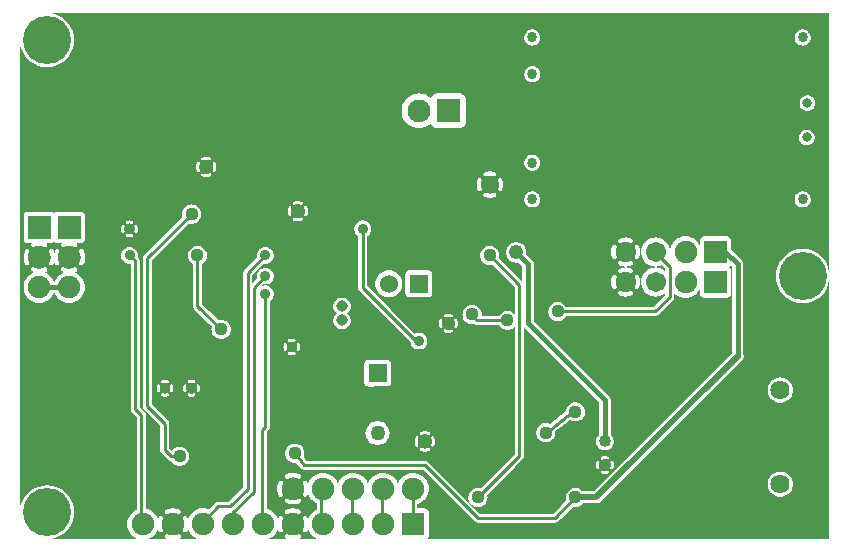
<source format=gbr>
G04 start of page 3 for group 5 idx 5 *
G04 Title: (unknown), bottom *
G04 Creator: pcb 4.2.2 *
G04 CreationDate: Fri Aug 14 03:10:47 2020 UTC *
G04 For: harold *
G04 Format: Gerber/RS-274X *
G04 PCB-Dimensions (mil): 6000.00 5000.00 *
G04 PCB-Coordinate-Origin: lower left *
%MOIN*%
%FSLAX25Y25*%
%LNBOTTOM*%
%ADD61C,0.0390*%
%ADD60C,0.0280*%
%ADD59C,0.0380*%
%ADD58C,0.0300*%
%ADD57C,0.0240*%
%ADD56C,0.1350*%
%ADD55C,0.0479*%
%ADD54C,0.0400*%
%ADD53C,0.0439*%
%ADD52C,0.0360*%
%ADD51C,0.1600*%
%ADD50C,0.0500*%
%ADD49C,0.0600*%
%ADD48C,0.0381*%
%ADD47C,0.0760*%
%ADD46C,0.0671*%
%ADD45C,0.0340*%
%ADD44C,0.0320*%
%ADD43C,0.0750*%
%ADD42C,0.0640*%
%ADD41C,0.0179*%
%ADD40C,0.0200*%
%ADD39C,0.0100*%
%ADD38C,0.0001*%
G54D38*G36*
X323220Y297690D02*X323303Y297607D01*
Y288467D01*
X323220Y288564D01*
Y297690D01*
G37*
G36*
Y305709D02*X323286Y305693D01*
X323819Y305651D01*
X324351Y305693D01*
X324474Y305722D01*
X325862Y304334D01*
Y299296D01*
X325822Y299331D01*
X323220Y301933D01*
Y305709D01*
G37*
G36*
Y284257D02*X323303Y284354D01*
Y241763D01*
X323220Y241680D01*
Y284257D01*
G37*
G36*
X355755Y287870D02*X370020D01*
X370079Y287865D01*
X370314Y287884D01*
X370314Y287884D01*
X370544Y287939D01*
X370762Y288029D01*
X370963Y288153D01*
X371143Y288306D01*
X371181Y288351D01*
X376019Y293189D01*
X376064Y293227D01*
X376217Y293407D01*
X376217Y293407D01*
X376341Y293608D01*
X376431Y293826D01*
X376486Y294056D01*
X376505Y294291D01*
X376500Y294350D01*
Y295503D01*
X376512Y295489D01*
X377141Y294952D01*
X377845Y294520D01*
X378609Y294204D01*
X379412Y294011D01*
X380236Y293946D01*
X381060Y294011D01*
X381864Y294204D01*
X382627Y294520D01*
X383332Y294952D01*
X383960Y295489D01*
X384497Y296117D01*
X384928Y296822D01*
X384997Y296987D01*
X385000Y295227D01*
X385055Y294998D01*
X385146Y294780D01*
X385269Y294578D01*
X385422Y294399D01*
X385602Y294245D01*
X385803Y294122D01*
X386021Y294032D01*
X386251Y293976D01*
X386486Y293963D01*
X394222Y293976D01*
X394451Y294032D01*
X394669Y294122D01*
X394871Y294245D01*
X395050Y294399D01*
X395203Y294578D01*
X395327Y294780D01*
X395417Y294998D01*
X395472Y295227D01*
X395486Y295463D01*
X395472Y303198D01*
X395417Y303428D01*
X395327Y303646D01*
X395203Y303847D01*
X395050Y304027D01*
X394871Y304180D01*
X394817Y304213D01*
X394871Y304245D01*
X395050Y304399D01*
X395203Y304578D01*
X395316Y304762D01*
X395744Y304334D01*
Y275541D01*
X355755Y235552D01*
Y236758D01*
X355784Y236762D01*
X355858Y236787D01*
X355928Y236823D01*
X355992Y236870D01*
X356047Y236926D01*
X356093Y236990D01*
X356126Y237061D01*
X356225Y237333D01*
X356294Y237614D01*
X356336Y237900D01*
X356350Y238189D01*
X356336Y238478D01*
X356294Y238764D01*
X356225Y239045D01*
X356130Y239318D01*
X356095Y239389D01*
X356049Y239453D01*
X355993Y239510D01*
X355929Y239556D01*
X355859Y239593D01*
X355784Y239618D01*
X355755Y239623D01*
Y244264D01*
X355781Y244294D01*
X356028Y244697D01*
X356208Y245133D01*
X356319Y245592D01*
X356346Y246063D01*
X356319Y246534D01*
X356208Y246993D01*
X356028Y247429D01*
X355781Y247832D01*
X355755Y247862D01*
Y287870D01*
G37*
G36*
Y235552D02*X353348Y233145D01*
Y235186D01*
X353635Y235199D01*
X353922Y235241D01*
X354203Y235310D01*
X354476Y235406D01*
X354546Y235441D01*
X354611Y235487D01*
X354667Y235542D01*
X354714Y235606D01*
X354750Y235676D01*
X354775Y235751D01*
X354788Y235829D01*
X354789Y235908D01*
X354777Y235986D01*
X354753Y236062D01*
X354718Y236132D01*
X354672Y236197D01*
X354616Y236253D01*
X354553Y236300D01*
X354482Y236336D01*
X354407Y236361D01*
X354329Y236374D01*
X354250Y236375D01*
X354172Y236363D01*
X354097Y236338D01*
X353917Y236272D01*
X353729Y236226D01*
X353539Y236198D01*
X353348Y236189D01*
Y240189D01*
X353539Y240180D01*
X353729Y240152D01*
X353917Y240106D01*
X354098Y240042D01*
X354173Y240017D01*
X354251Y240005D01*
X354329Y240006D01*
X354407Y240019D01*
X354482Y240044D01*
X354551Y240080D01*
X354615Y240127D01*
X354670Y240183D01*
X354716Y240247D01*
X354751Y240317D01*
X354775Y240392D01*
X354787Y240470D01*
X354786Y240549D01*
X354773Y240626D01*
X354748Y240701D01*
X354712Y240771D01*
X354665Y240834D01*
X354609Y240889D01*
X354545Y240935D01*
X354474Y240969D01*
X354203Y241068D01*
X353922Y241137D01*
X353635Y241179D01*
X353348Y241192D01*
Y243054D01*
X353817Y243091D01*
X354276Y243201D01*
X354713Y243382D01*
X355115Y243628D01*
X355474Y243935D01*
X355755Y244264D01*
Y239623D01*
X355706Y239631D01*
X355627Y239631D01*
X355549Y239620D01*
X355474Y239596D01*
X355403Y239560D01*
X355339Y239514D01*
X355282Y239459D01*
X355235Y239395D01*
X355199Y239325D01*
X355174Y239250D01*
X355161Y239172D01*
X355160Y239093D01*
X355172Y239015D01*
X355198Y238940D01*
X355263Y238759D01*
X355309Y238572D01*
X355337Y238381D01*
X355346Y238189D01*
X355337Y237997D01*
X355309Y237806D01*
X355263Y237619D01*
X355200Y237437D01*
X355175Y237363D01*
X355163Y237285D01*
X355163Y237206D01*
X355176Y237129D01*
X355201Y237054D01*
X355237Y236984D01*
X355284Y236921D01*
X355340Y236865D01*
X355404Y236820D01*
X355475Y236784D01*
X355550Y236761D01*
X355627Y236749D01*
X355706Y236749D01*
X355755Y236758D01*
Y235552D01*
G37*
G36*
X353348Y287870D02*X355755D01*
Y247862D01*
X355474Y248191D01*
X355240Y248391D01*
Y259768D01*
X355246Y259843D01*
X355223Y260140D01*
X355153Y260430D01*
X355039Y260705D01*
X354883Y260959D01*
X354690Y261186D01*
X354633Y261234D01*
X353348Y262519D01*
Y287870D01*
G37*
G36*
X350938Y259573D02*X351453Y259058D01*
Y248391D01*
X351219Y248191D01*
X350938Y247862D01*
Y259573D01*
G37*
G36*
X353348Y233145D02*X350938Y230735D01*
Y236755D01*
X350987Y236747D01*
X351066Y236747D01*
X351144Y236758D01*
X351219Y236782D01*
X351290Y236818D01*
X351354Y236864D01*
X351411Y236919D01*
X351458Y236983D01*
X351494Y237053D01*
X351519Y237128D01*
X351532Y237206D01*
X351532Y237285D01*
X351521Y237363D01*
X351495Y237438D01*
X351429Y237619D01*
X351383Y237806D01*
X351356Y237997D01*
X351346Y238189D01*
X351356Y238381D01*
X351383Y238572D01*
X351429Y238759D01*
X351493Y238941D01*
X351518Y239015D01*
X351530Y239093D01*
X351530Y239172D01*
X351517Y239249D01*
X351492Y239324D01*
X351456Y239394D01*
X351409Y239457D01*
X351353Y239513D01*
X351289Y239558D01*
X351218Y239594D01*
X351143Y239617D01*
X351066Y239629D01*
X350987Y239628D01*
X350938Y239620D01*
Y244264D01*
X351219Y243935D01*
X351578Y243628D01*
X351980Y243382D01*
X352417Y243201D01*
X352876Y243091D01*
X353346Y243054D01*
X353348Y243054D01*
Y241192D01*
X353346Y241192D01*
X353058Y241179D01*
X352771Y241137D01*
X352490Y241068D01*
X352217Y240972D01*
X352147Y240937D01*
X352082Y240891D01*
X352026Y240836D01*
X351979Y240772D01*
X351943Y240702D01*
X351918Y240627D01*
X351905Y240549D01*
X351904Y240470D01*
X351916Y240392D01*
X351940Y240316D01*
X351975Y240245D01*
X352021Y240181D01*
X352077Y240125D01*
X352140Y240078D01*
X352210Y240042D01*
X352285Y240017D01*
X352363Y240004D01*
X352442Y240003D01*
X352521Y240015D01*
X352595Y240040D01*
X352776Y240106D01*
X352963Y240152D01*
X353154Y240180D01*
X353346Y240189D01*
X353348Y240189D01*
Y236189D01*
X353346Y236189D01*
X353154Y236198D01*
X352963Y236226D01*
X352776Y236272D01*
X352595Y236336D01*
X352520Y236361D01*
X352442Y236373D01*
X352364Y236372D01*
X352286Y236359D01*
X352211Y236334D01*
X352141Y236298D01*
X352078Y236251D01*
X352023Y236195D01*
X351977Y236131D01*
X351942Y236061D01*
X351918Y235986D01*
X351906Y235908D01*
X351907Y235829D01*
X351920Y235752D01*
X351945Y235677D01*
X351981Y235607D01*
X352028Y235544D01*
X352084Y235489D01*
X352148Y235443D01*
X352219Y235409D01*
X352490Y235310D01*
X352771Y235241D01*
X353058Y235199D01*
X353346Y235185D01*
X353348Y235186D01*
Y233145D01*
G37*
G36*
X350938Y230735D02*X349565Y229362D01*
X345996D01*
X345769Y229627D01*
X345387Y229954D01*
X344958Y230217D01*
X344494Y230409D01*
X344005Y230526D01*
X343504Y230566D01*
X343003Y230526D01*
X342514Y230409D01*
X342050Y230217D01*
X341621Y229954D01*
X341239Y229627D01*
X340912Y229245D01*
X340650Y228817D01*
X340457Y228352D01*
X340340Y227863D01*
X340300Y227362D01*
X340340Y226861D01*
X340445Y226424D01*
X338578Y224557D01*
Y250939D01*
X341626Y253310D01*
X342050Y253051D01*
X342514Y252859D01*
X343003Y252741D01*
X343504Y252702D01*
X344005Y252741D01*
X344494Y252859D01*
X344958Y253051D01*
X345387Y253314D01*
X345769Y253640D01*
X346096Y254023D01*
X346358Y254451D01*
X346551Y254916D01*
X346668Y255404D01*
X346698Y255906D01*
X346668Y256407D01*
X346551Y256895D01*
X346358Y257360D01*
X346096Y257789D01*
X345769Y258171D01*
X345387Y258497D01*
X344958Y258760D01*
X344494Y258952D01*
X344005Y259070D01*
X343504Y259109D01*
X343003Y259070D01*
X342514Y258952D01*
X342050Y258760D01*
X341621Y258497D01*
X341239Y258171D01*
X340912Y257789D01*
X340650Y257360D01*
X340457Y256895D01*
X340340Y256407D01*
X340315Y256091D01*
X338578Y254740D01*
Y271933D01*
X350938Y259573D01*
Y247862D01*
X350912Y247832D01*
X350665Y247429D01*
X350484Y246993D01*
X350374Y246534D01*
X350337Y246063D01*
X350374Y245592D01*
X350484Y245133D01*
X350665Y244697D01*
X350912Y244294D01*
X350938Y244264D01*
Y239620D01*
X350909Y239616D01*
X350835Y239591D01*
X350765Y239555D01*
X350701Y239508D01*
X350646Y239452D01*
X350600Y239388D01*
X350567Y239317D01*
X350468Y239045D01*
X350399Y238764D01*
X350357Y238478D01*
X350343Y238189D01*
X350357Y237900D01*
X350399Y237614D01*
X350468Y237333D01*
X350563Y237060D01*
X350598Y236989D01*
X350644Y236925D01*
X350700Y236868D01*
X350763Y236821D01*
X350834Y236785D01*
X350909Y236760D01*
X350938Y236755D01*
Y230735D01*
G37*
G36*
X338578Y286321D02*X338588Y286323D01*
X339053Y286516D01*
X339481Y286778D01*
X339864Y287105D01*
X340190Y287487D01*
X340425Y287870D01*
X353348D01*
Y262519D01*
X338578Y277289D01*
Y286321D01*
G37*
G36*
X411805Y296173D02*X411988Y295875D01*
X412908Y294798D01*
X413985Y293877D01*
X415193Y293137D01*
X416502Y292595D01*
X417879Y292264D01*
X419291Y292153D01*
X420704Y292264D01*
X422081Y292595D01*
X423390Y293137D01*
X424598Y293877D01*
X425675Y294798D01*
X426595Y295875D01*
X427335Y297083D01*
X427877Y298391D01*
X428150Y299526D01*
Y213583D01*
X411805D01*
Y227598D01*
X411811Y227598D01*
X412470Y227649D01*
X413113Y227804D01*
X413724Y228057D01*
X414288Y228402D01*
X414790Y228832D01*
X415220Y229334D01*
X415565Y229898D01*
X415818Y230509D01*
X415973Y231151D01*
X416011Y231811D01*
X415973Y232470D01*
X415818Y233112D01*
X415565Y233723D01*
X415220Y234287D01*
X414790Y234790D01*
X414288Y235219D01*
X413724Y235564D01*
X413113Y235817D01*
X412470Y235972D01*
X411811Y236023D01*
X411805Y236023D01*
Y258937D01*
X411811Y258937D01*
X412470Y258988D01*
X413113Y259143D01*
X413724Y259396D01*
X414288Y259741D01*
X414790Y260171D01*
X415220Y260673D01*
X415565Y261237D01*
X415818Y261848D01*
X415973Y262490D01*
X416011Y263150D01*
X415973Y263809D01*
X415818Y264451D01*
X415565Y265062D01*
X415220Y265626D01*
X414790Y266129D01*
X414288Y266558D01*
X413724Y266903D01*
X413113Y267156D01*
X412470Y267311D01*
X411811Y267362D01*
X411805Y267362D01*
Y296173D01*
G37*
G36*
X420665Y388780D02*X428150D01*
Y302836D01*
X427877Y303971D01*
X427335Y305280D01*
X426595Y306487D01*
X425675Y307565D01*
X424598Y308485D01*
X423390Y309225D01*
X422081Y309767D01*
X420704Y310098D01*
X420665Y310101D01*
Y324447D01*
X420883Y324581D01*
X421206Y324857D01*
X421482Y325180D01*
X421704Y325542D01*
X421867Y325935D01*
X421966Y326348D01*
X421991Y326772D01*
X421966Y327195D01*
X421867Y327609D01*
X421704Y328001D01*
X421482Y328364D01*
X421206Y328687D01*
X420883Y328963D01*
X420665Y329096D01*
Y344833D01*
X420669Y344833D01*
X421077Y344865D01*
X421475Y344961D01*
X421853Y345117D01*
X422202Y345331D01*
X422513Y345597D01*
X422779Y345908D01*
X422993Y346257D01*
X423150Y346635D01*
X423245Y347033D01*
X423269Y347441D01*
X423245Y347849D01*
X423150Y348247D01*
X422993Y348625D01*
X422779Y348974D01*
X422513Y349285D01*
X422202Y349551D01*
X421853Y349765D01*
X421475Y349921D01*
X421077Y350017D01*
X420669Y350049D01*
X420665Y350049D01*
Y356266D01*
X420866Y356250D01*
X421274Y356282D01*
X421672Y356378D01*
X422050Y356535D01*
X422399Y356748D01*
X422710Y357014D01*
X422976Y357325D01*
X423190Y357674D01*
X423347Y358052D01*
X423442Y358450D01*
X423466Y358858D01*
X423442Y359266D01*
X423347Y359664D01*
X423190Y360042D01*
X422976Y360391D01*
X422710Y360702D01*
X422399Y360968D01*
X422050Y361182D01*
X421672Y361339D01*
X421274Y361434D01*
X420866Y361466D01*
X420665Y361450D01*
Y378384D01*
X420883Y378518D01*
X421206Y378794D01*
X421482Y379117D01*
X421704Y379479D01*
X421867Y379872D01*
X421966Y380285D01*
X421991Y380709D01*
X421966Y381132D01*
X421867Y381546D01*
X421704Y381938D01*
X421482Y382301D01*
X421206Y382624D01*
X420883Y382900D01*
X420665Y383033D01*
Y388780D01*
G37*
G36*
X411805D02*X420665D01*
Y383033D01*
X420521Y383122D01*
X420128Y383284D01*
X419715Y383384D01*
X419291Y383417D01*
X418868Y383384D01*
X418454Y383284D01*
X418062Y383122D01*
X417699Y382900D01*
X417376Y382624D01*
X417100Y382301D01*
X416878Y381938D01*
X416716Y381546D01*
X416616Y381132D01*
X416583Y380709D01*
X416616Y380285D01*
X416716Y379872D01*
X416878Y379479D01*
X417100Y379117D01*
X417376Y378794D01*
X417699Y378518D01*
X418062Y378296D01*
X418454Y378133D01*
X418868Y378034D01*
X419291Y378000D01*
X419715Y378034D01*
X420128Y378133D01*
X420521Y378296D01*
X420665Y378384D01*
Y361450D01*
X420458Y361434D01*
X420060Y361339D01*
X419682Y361182D01*
X419333Y360968D01*
X419022Y360702D01*
X418756Y360391D01*
X418542Y360042D01*
X418386Y359664D01*
X418290Y359266D01*
X418258Y358858D01*
X418290Y358450D01*
X418386Y358052D01*
X418542Y357674D01*
X418756Y357325D01*
X419022Y357014D01*
X419333Y356748D01*
X419682Y356535D01*
X420060Y356378D01*
X420458Y356282D01*
X420665Y356266D01*
Y350049D01*
X420261Y350017D01*
X419863Y349921D01*
X419485Y349765D01*
X419136Y349551D01*
X418825Y349285D01*
X418559Y348974D01*
X418346Y348625D01*
X418189Y348247D01*
X418093Y347849D01*
X418061Y347441D01*
X418093Y347033D01*
X418189Y346635D01*
X418346Y346257D01*
X418559Y345908D01*
X418825Y345597D01*
X419136Y345331D01*
X419485Y345117D01*
X419863Y344961D01*
X420261Y344865D01*
X420665Y344833D01*
Y329096D01*
X420521Y329185D01*
X420128Y329347D01*
X419715Y329447D01*
X419291Y329480D01*
X418868Y329447D01*
X418454Y329347D01*
X418062Y329185D01*
X417699Y328963D01*
X417376Y328687D01*
X417100Y328364D01*
X416878Y328001D01*
X416716Y327609D01*
X416616Y327195D01*
X416583Y326772D01*
X416616Y326348D01*
X416716Y325935D01*
X416878Y325542D01*
X417100Y325180D01*
X417376Y324857D01*
X417699Y324581D01*
X418062Y324359D01*
X418454Y324196D01*
X418868Y324097D01*
X419291Y324063D01*
X419715Y324097D01*
X420128Y324196D01*
X420521Y324359D01*
X420665Y324447D01*
Y310101D01*
X419291Y310209D01*
X417879Y310098D01*
X416502Y309767D01*
X415193Y309225D01*
X413985Y308485D01*
X412908Y307565D01*
X411988Y306487D01*
X411805Y306189D01*
Y388780D01*
G37*
G36*
X364161D02*X411805D01*
Y306189D01*
X411248Y305280D01*
X410705Y303971D01*
X410375Y302593D01*
X410264Y301181D01*
X410375Y299769D01*
X410705Y298391D01*
X411248Y297083D01*
X411805Y296173D01*
Y267362D01*
X411152Y267311D01*
X410510Y267156D01*
X409899Y266903D01*
X409335Y266558D01*
X408832Y266129D01*
X408403Y265626D01*
X408058Y265062D01*
X407805Y264451D01*
X407650Y263809D01*
X407598Y263150D01*
X407650Y262490D01*
X407805Y261848D01*
X408058Y261237D01*
X408403Y260673D01*
X408832Y260171D01*
X409335Y259741D01*
X409899Y259396D01*
X410510Y259143D01*
X411152Y258988D01*
X411805Y258937D01*
Y236023D01*
X411152Y235972D01*
X410510Y235817D01*
X409899Y235564D01*
X409335Y235219D01*
X408832Y234790D01*
X408403Y234287D01*
X408058Y233723D01*
X407805Y233112D01*
X407650Y232470D01*
X407598Y231811D01*
X407650Y231151D01*
X407805Y230509D01*
X408058Y229898D01*
X408403Y229334D01*
X408832Y228832D01*
X409335Y228402D01*
X409899Y228057D01*
X410510Y227804D01*
X411152Y227649D01*
X411805Y227598D01*
Y213583D01*
X364161D01*
Y238302D01*
X399052Y273192D01*
X399261Y273427D01*
X399425Y273696D01*
X399546Y273986D01*
X399619Y274292D01*
X399644Y274606D01*
X399619Y274920D01*
X399546Y275226D01*
X399531Y275261D01*
Y305044D01*
X399537Y305118D01*
X399514Y305415D01*
X399444Y305705D01*
X399330Y305980D01*
X399175Y306235D01*
X398981Y306461D01*
X398924Y306510D01*
X395478Y309956D01*
X395472Y313198D01*
X395417Y313428D01*
X395327Y313646D01*
X395203Y313847D01*
X395050Y314027D01*
X394871Y314180D01*
X394669Y314303D01*
X394451Y314394D01*
X394222Y314449D01*
X393986Y314463D01*
X386251Y314449D01*
X386021Y314394D01*
X385803Y314303D01*
X385602Y314180D01*
X385422Y314027D01*
X385269Y313847D01*
X385146Y313646D01*
X385055Y313428D01*
X385000Y313198D01*
X384986Y312963D01*
X384989Y311457D01*
X384928Y311603D01*
X384497Y312308D01*
X383960Y312936D01*
X383332Y313473D01*
X382627Y313905D01*
X381864Y314221D01*
X381060Y314414D01*
X380236Y314479D01*
X379412Y314414D01*
X378609Y314221D01*
X377845Y313905D01*
X377141Y313473D01*
X376512Y312936D01*
X375976Y312308D01*
X375544Y311603D01*
X375228Y310840D01*
X375035Y310036D01*
X375034Y310030D01*
X374869Y310718D01*
X374577Y311424D01*
X374177Y312076D01*
X373681Y312657D01*
X373099Y313154D01*
X372448Y313553D01*
X371742Y313845D01*
X370998Y314024D01*
X370236Y314084D01*
X369474Y314024D01*
X368731Y313845D01*
X368025Y313553D01*
X367373Y313154D01*
X366792Y312657D01*
X366295Y312076D01*
X365896Y311424D01*
X365603Y310718D01*
X365425Y309975D01*
X365365Y309213D01*
X365425Y308451D01*
X365603Y307707D01*
X365896Y307001D01*
X366295Y306349D01*
X366792Y305768D01*
X367373Y305272D01*
X368025Y304872D01*
X368731Y304580D01*
X369474Y304401D01*
X370236Y304341D01*
X370998Y304401D01*
X371742Y304580D01*
X372230Y304782D01*
X373500Y303513D01*
Y302811D01*
X373099Y303154D01*
X372448Y303553D01*
X371742Y303845D01*
X370998Y304024D01*
X370236Y304084D01*
X369474Y304024D01*
X368731Y303845D01*
X368025Y303553D01*
X367373Y303154D01*
X366792Y302657D01*
X366295Y302076D01*
X365896Y301424D01*
X365603Y300718D01*
X365425Y299975D01*
X365365Y299213D01*
X365425Y298451D01*
X365603Y297707D01*
X365896Y297001D01*
X366295Y296349D01*
X366792Y295768D01*
X367373Y295272D01*
X368025Y294872D01*
X368731Y294580D01*
X369474Y294401D01*
X370236Y294341D01*
X370998Y294401D01*
X371742Y294580D01*
X372448Y294872D01*
X373099Y295272D01*
X373500Y295614D01*
Y294913D01*
X369457Y290870D01*
X364161D01*
Y296808D01*
X364254Y296835D01*
X364361Y296886D01*
X364458Y296953D01*
X364544Y297034D01*
X364616Y297127D01*
X364670Y297232D01*
X364841Y297652D01*
X364966Y298088D01*
X365050Y298534D01*
X365093Y298986D01*
Y299439D01*
X365050Y299891D01*
X364966Y300337D01*
X364841Y300773D01*
X364675Y301195D01*
X364619Y301300D01*
X364547Y301394D01*
X364460Y301475D01*
X364363Y301543D01*
X364256Y301593D01*
X364161Y301621D01*
Y306808D01*
X364254Y306835D01*
X364361Y306886D01*
X364458Y306953D01*
X364544Y307034D01*
X364616Y307127D01*
X364670Y307232D01*
X364841Y307652D01*
X364966Y308088D01*
X365050Y308534D01*
X365093Y308986D01*
Y309439D01*
X365050Y309891D01*
X364966Y310337D01*
X364841Y310773D01*
X364675Y311195D01*
X364619Y311300D01*
X364547Y311394D01*
X364460Y311475D01*
X364363Y311543D01*
X364256Y311593D01*
X364161Y311621D01*
Y388780D01*
G37*
G36*
Y213583D02*X360238D01*
Y234378D01*
X364161Y238302D01*
Y213583D01*
G37*
G36*
X360238Y388780D02*X364161D01*
Y311621D01*
X364142Y311627D01*
X364024Y311642D01*
X363906Y311639D01*
X363789Y311617D01*
X363677Y311578D01*
X363573Y311521D01*
X363479Y311449D01*
X363397Y311362D01*
X363330Y311265D01*
X363279Y311157D01*
X363246Y311044D01*
X363230Y310926D01*
X363234Y310807D01*
X363255Y310691D01*
X363297Y310580D01*
X363415Y310290D01*
X363502Y309989D01*
X363560Y309681D01*
X363589Y309369D01*
Y309056D01*
X363560Y308744D01*
X363502Y308436D01*
X363415Y308135D01*
X363301Y307844D01*
X363259Y307733D01*
X363237Y307617D01*
X363234Y307499D01*
X363249Y307382D01*
X363283Y307269D01*
X363333Y307162D01*
X363400Y307065D01*
X363481Y306979D01*
X363575Y306907D01*
X363679Y306851D01*
X363790Y306811D01*
X363906Y306790D01*
X364024Y306786D01*
X364141Y306802D01*
X364161Y306808D01*
Y301621D01*
X364142Y301627D01*
X364024Y301642D01*
X363906Y301639D01*
X363789Y301617D01*
X363677Y301578D01*
X363573Y301521D01*
X363479Y301449D01*
X363397Y301362D01*
X363330Y301265D01*
X363279Y301157D01*
X363246Y301044D01*
X363230Y300926D01*
X363234Y300807D01*
X363255Y300691D01*
X363297Y300580D01*
X363415Y300290D01*
X363502Y299989D01*
X363560Y299681D01*
X363589Y299369D01*
Y299056D01*
X363560Y298744D01*
X363502Y298436D01*
X363415Y298135D01*
X363301Y297844D01*
X363259Y297733D01*
X363237Y297617D01*
X363234Y297499D01*
X363249Y297382D01*
X363283Y297269D01*
X363333Y297162D01*
X363400Y297065D01*
X363481Y296979D01*
X363575Y296907D01*
X363679Y296851D01*
X363790Y296811D01*
X363906Y296790D01*
X364024Y296786D01*
X364141Y296802D01*
X364161Y296808D01*
Y290870D01*
X360238D01*
Y294356D01*
X360463D01*
X360915Y294399D01*
X361361Y294483D01*
X361797Y294608D01*
X362219Y294774D01*
X362324Y294830D01*
X362418Y294902D01*
X362499Y294988D01*
X362566Y295086D01*
X362617Y295193D01*
X362651Y295307D01*
X362666Y295425D01*
X362663Y295543D01*
X362641Y295660D01*
X362601Y295772D01*
X362545Y295876D01*
X362472Y295970D01*
X362386Y296051D01*
X362288Y296119D01*
X362181Y296169D01*
X362067Y296203D01*
X361950Y296218D01*
X361831Y296215D01*
X361714Y296193D01*
X361604Y296151D01*
X361313Y296034D01*
X361012Y295947D01*
X360705Y295889D01*
X360393Y295860D01*
X360238D01*
Y302565D01*
X360393D01*
X360705Y302536D01*
X361012Y302478D01*
X361313Y302391D01*
X361605Y302277D01*
X361715Y302235D01*
X361831Y302214D01*
X361949Y302211D01*
X362067Y302226D01*
X362180Y302259D01*
X362286Y302310D01*
X362384Y302377D01*
X362469Y302458D01*
X362541Y302551D01*
X362598Y302655D01*
X362637Y302766D01*
X362659Y302882D01*
X362662Y303000D01*
X362647Y303117D01*
X362614Y303231D01*
X362563Y303337D01*
X362496Y303435D01*
X362415Y303520D01*
X362322Y303592D01*
X362217Y303647D01*
X361797Y303817D01*
X361361Y303942D01*
X360915Y304027D01*
X360463Y304069D01*
X360238D01*
Y304356D01*
X360463D01*
X360915Y304399D01*
X361361Y304483D01*
X361797Y304608D01*
X362219Y304774D01*
X362324Y304830D01*
X362418Y304902D01*
X362499Y304988D01*
X362566Y305086D01*
X362617Y305193D01*
X362651Y305307D01*
X362666Y305425D01*
X362663Y305543D01*
X362641Y305660D01*
X362601Y305772D01*
X362545Y305876D01*
X362472Y305970D01*
X362386Y306051D01*
X362288Y306119D01*
X362181Y306169D01*
X362067Y306203D01*
X361950Y306218D01*
X361831Y306215D01*
X361714Y306193D01*
X361604Y306151D01*
X361313Y306034D01*
X361012Y305947D01*
X360705Y305889D01*
X360393Y305860D01*
X360238D01*
Y312565D01*
X360393D01*
X360705Y312536D01*
X361012Y312478D01*
X361313Y312391D01*
X361605Y312277D01*
X361715Y312235D01*
X361831Y312214D01*
X361949Y312211D01*
X362067Y312226D01*
X362180Y312259D01*
X362286Y312310D01*
X362384Y312377D01*
X362469Y312458D01*
X362541Y312551D01*
X362598Y312655D01*
X362637Y312766D01*
X362659Y312882D01*
X362662Y313000D01*
X362647Y313117D01*
X362614Y313231D01*
X362563Y313337D01*
X362496Y313435D01*
X362415Y313520D01*
X362322Y313592D01*
X362217Y313647D01*
X361797Y313817D01*
X361361Y313942D01*
X360915Y314027D01*
X360463Y314069D01*
X360238D01*
Y388780D01*
G37*
G36*
Y213583D02*X338578D01*
Y220315D01*
X342566Y224303D01*
X343003Y224198D01*
X343504Y224159D01*
X344005Y224198D01*
X344494Y224315D01*
X344958Y224508D01*
X345387Y224770D01*
X345769Y225097D01*
X345996Y225362D01*
X350315D01*
X350394Y225356D01*
X350708Y225381D01*
X351014Y225454D01*
X351304Y225575D01*
X351573Y225739D01*
X351812Y225944D01*
X351863Y226003D01*
X360238Y234378D01*
Y213583D01*
G37*
G36*
X356311Y388780D02*X360238D01*
Y314069D01*
X360009D01*
X359558Y314027D01*
X359112Y313942D01*
X358676Y313817D01*
X358253Y313651D01*
X358149Y313595D01*
X358055Y313523D01*
X357973Y313437D01*
X357906Y313339D01*
X357855Y313232D01*
X357822Y313118D01*
X357806Y313000D01*
X357810Y312882D01*
X357831Y312765D01*
X357871Y312654D01*
X357928Y312549D01*
X358000Y312455D01*
X358086Y312374D01*
X358184Y312307D01*
X358291Y312256D01*
X358405Y312222D01*
X358523Y312207D01*
X358641Y312210D01*
X358758Y312232D01*
X358869Y312274D01*
X359159Y312391D01*
X359460Y312478D01*
X359768Y312536D01*
X360080Y312565D01*
X360238D01*
Y305860D01*
X360080D01*
X359768Y305889D01*
X359460Y305947D01*
X359159Y306034D01*
X358867Y306148D01*
X358757Y306190D01*
X358641Y306211D01*
X358523Y306215D01*
X358406Y306199D01*
X358293Y306166D01*
X358186Y306115D01*
X358089Y306049D01*
X358003Y305967D01*
X357931Y305874D01*
X357875Y305770D01*
X357835Y305659D01*
X357813Y305543D01*
X357810Y305425D01*
X357825Y305308D01*
X357859Y305195D01*
X357909Y305088D01*
X357976Y304991D01*
X358057Y304905D01*
X358151Y304833D01*
X358256Y304779D01*
X358676Y304608D01*
X359112Y304483D01*
X359558Y304399D01*
X360009Y304356D01*
X360238D01*
Y304069D01*
X360009D01*
X359558Y304027D01*
X359112Y303942D01*
X358676Y303817D01*
X358253Y303651D01*
X358149Y303595D01*
X358055Y303523D01*
X357973Y303437D01*
X357906Y303339D01*
X357855Y303232D01*
X357822Y303118D01*
X357806Y303000D01*
X357810Y302882D01*
X357831Y302765D01*
X357871Y302654D01*
X357928Y302549D01*
X358000Y302455D01*
X358086Y302374D01*
X358184Y302307D01*
X358291Y302256D01*
X358405Y302222D01*
X358523Y302207D01*
X358641Y302210D01*
X358758Y302232D01*
X358869Y302274D01*
X359159Y302391D01*
X359460Y302478D01*
X359768Y302536D01*
X360080Y302565D01*
X360238D01*
Y295860D01*
X360080D01*
X359768Y295889D01*
X359460Y295947D01*
X359159Y296034D01*
X358867Y296148D01*
X358757Y296190D01*
X358641Y296211D01*
X358523Y296215D01*
X358406Y296199D01*
X358293Y296166D01*
X358186Y296115D01*
X358089Y296049D01*
X358003Y295967D01*
X357931Y295874D01*
X357875Y295770D01*
X357835Y295659D01*
X357813Y295543D01*
X357810Y295425D01*
X357825Y295308D01*
X357859Y295195D01*
X357909Y295088D01*
X357976Y294991D01*
X358057Y294905D01*
X358151Y294833D01*
X358256Y294779D01*
X358676Y294608D01*
X359112Y294483D01*
X359558Y294399D01*
X360009Y294356D01*
X360238D01*
Y290870D01*
X356311D01*
Y296804D01*
X356331Y296798D01*
X356448Y296783D01*
X356567Y296786D01*
X356684Y296808D01*
X356795Y296848D01*
X356899Y296904D01*
X356994Y296977D01*
X357075Y297063D01*
X357142Y297161D01*
X357193Y297268D01*
X357227Y297382D01*
X357242Y297499D01*
X357239Y297618D01*
X357217Y297734D01*
X357175Y297845D01*
X357058Y298135D01*
X356971Y298436D01*
X356913Y298744D01*
X356884Y299056D01*
Y299369D01*
X356913Y299681D01*
X356971Y299989D01*
X357058Y300290D01*
X357172Y300581D01*
X357213Y300692D01*
X357235Y300808D01*
X357238Y300926D01*
X357223Y301043D01*
X357190Y301156D01*
X357139Y301263D01*
X357072Y301360D01*
X356991Y301446D01*
X356897Y301518D01*
X356794Y301574D01*
X356683Y301614D01*
X356567Y301635D01*
X356449Y301639D01*
X356331Y301623D01*
X356311Y301617D01*
Y306804D01*
X356331Y306798D01*
X356448Y306783D01*
X356567Y306786D01*
X356684Y306808D01*
X356795Y306848D01*
X356899Y306904D01*
X356994Y306977D01*
X357075Y307063D01*
X357142Y307161D01*
X357193Y307268D01*
X357227Y307382D01*
X357242Y307499D01*
X357239Y307618D01*
X357217Y307734D01*
X357175Y307845D01*
X357058Y308135D01*
X356971Y308436D01*
X356913Y308744D01*
X356884Y309056D01*
Y309369D01*
X356913Y309681D01*
X356971Y309989D01*
X357058Y310290D01*
X357172Y310581D01*
X357213Y310692D01*
X357235Y310808D01*
X357238Y310926D01*
X357223Y311043D01*
X357190Y311156D01*
X357139Y311263D01*
X357072Y311360D01*
X356991Y311446D01*
X356897Y311518D01*
X356794Y311574D01*
X356683Y311614D01*
X356567Y311635D01*
X356449Y311639D01*
X356331Y311623D01*
X356311Y311617D01*
Y388780D01*
G37*
G36*
X338578D02*X356311D01*
Y311617D01*
X356218Y311590D01*
X356112Y311539D01*
X356014Y311473D01*
X355929Y311391D01*
X355857Y311298D01*
X355802Y311193D01*
X355632Y310773D01*
X355506Y310337D01*
X355422Y309891D01*
X355380Y309439D01*
Y308986D01*
X355422Y308534D01*
X355506Y308088D01*
X355632Y307652D01*
X355797Y307230D01*
X355853Y307125D01*
X355926Y307031D01*
X356012Y306950D01*
X356110Y306883D01*
X356217Y306832D01*
X356311Y306804D01*
Y301617D01*
X356218Y301590D01*
X356112Y301539D01*
X356014Y301473D01*
X355929Y301391D01*
X355857Y301298D01*
X355802Y301193D01*
X355632Y300773D01*
X355506Y300337D01*
X355422Y299891D01*
X355380Y299439D01*
Y298986D01*
X355422Y298534D01*
X355506Y298088D01*
X355632Y297652D01*
X355797Y297230D01*
X355853Y297125D01*
X355926Y297031D01*
X356012Y296950D01*
X356110Y296883D01*
X356217Y296832D01*
X356311Y296804D01*
Y290870D01*
X340425D01*
X340190Y291253D01*
X339864Y291635D01*
X339481Y291962D01*
X339053Y292224D01*
X338588Y292417D01*
X338578Y292419D01*
Y388780D01*
G37*
G36*
Y224557D02*X335993Y221972D01*
X323220D01*
Y237437D01*
X325822Y240039D01*
X325867Y240078D01*
X326020Y240257D01*
X326020Y240257D01*
X326144Y240459D01*
X326234Y240677D01*
X326289Y240906D01*
X326308Y241142D01*
X326303Y241201D01*
Y284218D01*
X326413Y284090D01*
X326469Y284042D01*
X338578Y271933D01*
Y254740D01*
X334967Y251932D01*
X334651Y252063D01*
X334163Y252180D01*
X333661Y252219D01*
X333160Y252180D01*
X332671Y252063D01*
X332207Y251870D01*
X331778Y251607D01*
X331396Y251281D01*
X331070Y250899D01*
X330807Y250470D01*
X330615Y250006D01*
X330497Y249517D01*
X330458Y249016D01*
X330497Y248515D01*
X330615Y248026D01*
X330807Y247561D01*
X331070Y247133D01*
X331396Y246750D01*
X331778Y246424D01*
X332207Y246161D01*
X332671Y245969D01*
X333160Y245852D01*
X333661Y245812D01*
X334163Y245852D01*
X334651Y245969D01*
X335116Y246161D01*
X335544Y246424D01*
X335927Y246750D01*
X336253Y247133D01*
X336516Y247561D01*
X336708Y248026D01*
X336826Y248515D01*
X336855Y249016D01*
X336826Y249517D01*
X336813Y249567D01*
X338578Y250939D01*
Y224557D01*
G37*
G36*
Y213583D02*X323220D01*
Y218972D01*
X336555D01*
X336614Y218968D01*
X336849Y218986D01*
X336850Y218986D01*
X337079Y219041D01*
X337297Y219132D01*
X337499Y219255D01*
X337678Y219409D01*
X337716Y219453D01*
X338578Y220315D01*
Y213583D01*
G37*
G36*
X329130Y388780D02*X338578D01*
Y292419D01*
X338100Y292534D01*
X337598Y292574D01*
X337097Y292534D01*
X336608Y292417D01*
X336144Y292224D01*
X335715Y291962D01*
X335333Y291635D01*
X335007Y291253D01*
X334744Y290824D01*
X334552Y290360D01*
X334434Y289871D01*
X334395Y289370D01*
X334434Y288869D01*
X334552Y288380D01*
X334744Y287916D01*
X335007Y287487D01*
X335333Y287105D01*
X335715Y286778D01*
X336144Y286516D01*
X336608Y286323D01*
X337097Y286206D01*
X337598Y286167D01*
X338100Y286206D01*
X338578Y286321D01*
Y277289D01*
X329650Y286217D01*
Y305044D01*
X329655Y305118D01*
X329632Y305415D01*
X329562Y305705D01*
X329448Y305980D01*
X329293Y306235D01*
X329130Y306425D01*
Y324064D01*
X329134Y324063D01*
X329558Y324097D01*
X329971Y324196D01*
X330364Y324359D01*
X330726Y324581D01*
X331049Y324857D01*
X331325Y325180D01*
X331547Y325542D01*
X331710Y325935D01*
X331809Y326348D01*
X331834Y326772D01*
X331809Y327195D01*
X331710Y327609D01*
X331547Y328001D01*
X331325Y328364D01*
X331049Y328687D01*
X330726Y328963D01*
X330364Y329185D01*
X329971Y329347D01*
X329558Y329447D01*
X329134Y329480D01*
X329130Y329480D01*
Y336269D01*
X329134Y336268D01*
X329558Y336302D01*
X329971Y336401D01*
X330364Y336564D01*
X330726Y336786D01*
X331049Y337062D01*
X331325Y337385D01*
X331547Y337747D01*
X331710Y338140D01*
X331809Y338553D01*
X331834Y338977D01*
X331809Y339400D01*
X331710Y339814D01*
X331547Y340206D01*
X331325Y340569D01*
X331049Y340892D01*
X330726Y341168D01*
X330364Y341390D01*
X329971Y341552D01*
X329558Y341652D01*
X329134Y341685D01*
X329130Y341685D01*
Y365796D01*
X329134Y365795D01*
X329558Y365829D01*
X329971Y365928D01*
X330364Y366091D01*
X330726Y366313D01*
X331049Y366589D01*
X331325Y366912D01*
X331547Y367274D01*
X331710Y367667D01*
X331809Y368080D01*
X331834Y368504D01*
X331809Y368927D01*
X331710Y369341D01*
X331547Y369733D01*
X331325Y370096D01*
X331049Y370419D01*
X330726Y370695D01*
X330364Y370917D01*
X329971Y371079D01*
X329558Y371179D01*
X329134Y371212D01*
X329130Y371212D01*
Y378001D01*
X329134Y378000D01*
X329558Y378034D01*
X329971Y378133D01*
X330364Y378296D01*
X330726Y378518D01*
X331049Y378794D01*
X331325Y379117D01*
X331547Y379479D01*
X331710Y379872D01*
X331809Y380285D01*
X331834Y380709D01*
X331809Y381132D01*
X331710Y381546D01*
X331547Y381938D01*
X331325Y382301D01*
X331049Y382624D01*
X330726Y382900D01*
X330364Y383122D01*
X329971Y383284D01*
X329558Y383384D01*
X329134Y383417D01*
X329130Y383417D01*
Y388780D01*
G37*
G36*
X323220D02*X329130D01*
Y383417D01*
X328711Y383384D01*
X328297Y383284D01*
X327905Y383122D01*
X327542Y382900D01*
X327219Y382624D01*
X326943Y382301D01*
X326721Y381938D01*
X326558Y381546D01*
X326459Y381132D01*
X326426Y380709D01*
X326459Y380285D01*
X326558Y379872D01*
X326721Y379479D01*
X326943Y379117D01*
X327219Y378794D01*
X327542Y378518D01*
X327905Y378296D01*
X328297Y378133D01*
X328711Y378034D01*
X329130Y378001D01*
Y371212D01*
X328711Y371179D01*
X328297Y371079D01*
X327905Y370917D01*
X327542Y370695D01*
X327219Y370419D01*
X326943Y370096D01*
X326721Y369733D01*
X326558Y369341D01*
X326459Y368927D01*
X326426Y368504D01*
X326459Y368080D01*
X326558Y367667D01*
X326721Y367274D01*
X326943Y366912D01*
X327219Y366589D01*
X327542Y366313D01*
X327905Y366091D01*
X328297Y365928D01*
X328711Y365829D01*
X329130Y365796D01*
Y341685D01*
X328711Y341652D01*
X328297Y341552D01*
X327905Y341390D01*
X327542Y341168D01*
X327219Y340892D01*
X326943Y340569D01*
X326721Y340206D01*
X326558Y339814D01*
X326459Y339400D01*
X326426Y338977D01*
X326459Y338553D01*
X326558Y338140D01*
X326721Y337747D01*
X326943Y337385D01*
X327219Y337062D01*
X327542Y336786D01*
X327905Y336564D01*
X328297Y336401D01*
X328711Y336302D01*
X329130Y336269D01*
Y329480D01*
X328711Y329447D01*
X328297Y329347D01*
X327905Y329185D01*
X327542Y328963D01*
X327219Y328687D01*
X326943Y328364D01*
X326721Y328001D01*
X326558Y327609D01*
X326459Y327195D01*
X326426Y326772D01*
X326459Y326348D01*
X326558Y325935D01*
X326721Y325542D01*
X326943Y325180D01*
X327219Y324857D01*
X327542Y324581D01*
X327905Y324359D01*
X328297Y324196D01*
X328711Y324097D01*
X329130Y324064D01*
Y306425D01*
X329099Y306461D01*
X329042Y306510D01*
X327152Y308400D01*
X327181Y308523D01*
X327213Y309055D01*
X327181Y309588D01*
X327056Y310107D01*
X326852Y310601D01*
X326573Y311056D01*
X326226Y311462D01*
X325820Y311809D01*
X325364Y312088D01*
X324871Y312293D01*
X324351Y312417D01*
X323819Y312459D01*
X323286Y312417D01*
X323220Y312401D01*
Y388780D01*
G37*
G36*
X281984Y236689D02*X292686D01*
X309921Y219453D01*
X309960Y219409D01*
X310139Y219255D01*
X310341Y219132D01*
X310559Y219041D01*
X310788Y218986D01*
X311024Y218968D01*
X311082Y218972D01*
X323220D01*
Y213583D01*
X294058D01*
X294184Y213690D01*
X294337Y213870D01*
X294461Y214071D01*
X294551Y214289D01*
X294606Y214519D01*
X294620Y214754D01*
X294606Y222489D01*
X294551Y222719D01*
X294461Y222937D01*
X294337Y223138D01*
X294184Y223318D01*
X294004Y223471D01*
X293803Y223595D01*
X293585Y223685D01*
X293355Y223740D01*
X293120Y223754D01*
X290870Y223750D01*
Y225276D01*
X290997Y225307D01*
X291761Y225623D01*
X292465Y226055D01*
X293094Y226591D01*
X293631Y227220D01*
X294062Y227924D01*
X294379Y228688D01*
X294571Y229491D01*
X294620Y230315D01*
X294571Y231139D01*
X294379Y231942D01*
X294062Y232706D01*
X293631Y233410D01*
X293094Y234039D01*
X292465Y234575D01*
X291761Y235007D01*
X290997Y235323D01*
X290194Y235516D01*
X289370Y235581D01*
X288546Y235516D01*
X287743Y235323D01*
X286979Y235007D01*
X286275Y234575D01*
X285646Y234039D01*
X285110Y233410D01*
X284678Y232706D01*
X284370Y231963D01*
X284062Y232706D01*
X283631Y233410D01*
X283094Y234039D01*
X282465Y234575D01*
X281984Y234871D01*
Y236689D01*
G37*
G36*
X314963Y229180D02*X323220Y237437D01*
Y221972D01*
X314963D01*
Y229180D01*
G37*
G36*
Y284917D02*X318029D01*
X318268Y284528D01*
X318594Y284145D01*
X318976Y283819D01*
X319405Y283556D01*
X319869Y283364D01*
X320358Y283247D01*
X320859Y283207D01*
X321361Y283247D01*
X321849Y283364D01*
X322314Y283556D01*
X322742Y283819D01*
X323125Y284145D01*
X323220Y284257D01*
Y241680D01*
X314963Y233422D01*
Y284917D01*
G37*
G36*
Y304867D02*X315462Y304907D01*
X315899Y305012D01*
X323220Y297690D01*
Y288564D01*
X323125Y288676D01*
X322742Y289002D01*
X322314Y289265D01*
X321849Y289457D01*
X321361Y289575D01*
X320859Y289614D01*
X320358Y289575D01*
X319869Y289457D01*
X319405Y289265D01*
X318976Y289002D01*
X318594Y288676D01*
X318268Y288294D01*
X318037Y287917D01*
X314963D01*
Y304867D01*
G37*
G36*
X318510Y388780D02*X323220D01*
Y312401D01*
X322767Y312293D01*
X322273Y312088D01*
X321818Y311809D01*
X321412Y311462D01*
X321065Y311056D01*
X320786Y310601D01*
X320581Y310107D01*
X320457Y309588D01*
X320415Y309055D01*
X320457Y308523D01*
X320581Y308003D01*
X320786Y307510D01*
X321065Y307054D01*
X321412Y306648D01*
X321818Y306301D01*
X322273Y306022D01*
X322767Y305818D01*
X323220Y305709D01*
Y301933D01*
X318510Y306643D01*
Y329543D01*
X318516Y329543D01*
X318622Y329576D01*
X318721Y329625D01*
X318811Y329689D01*
X318890Y329766D01*
X318956Y329854D01*
X319006Y329953D01*
X319150Y330323D01*
X319257Y330706D01*
X319328Y331098D01*
X319364Y331494D01*
Y331892D01*
X319328Y332288D01*
X319257Y332679D01*
X319150Y333063D01*
X319010Y333435D01*
X318959Y333533D01*
X318892Y333622D01*
X318813Y333700D01*
X318722Y333764D01*
X318623Y333813D01*
X318517Y333845D01*
X318510Y333846D01*
Y388780D01*
G37*
G36*
X314963D02*X318510D01*
Y333846D01*
X318407Y333861D01*
X318296Y333860D01*
X318187Y333841D01*
X318082Y333805D01*
X317984Y333753D01*
X317895Y333687D01*
X317818Y333608D01*
X317754Y333517D01*
X317705Y333417D01*
X317672Y333312D01*
X317656Y333202D01*
X317657Y333091D01*
X317676Y332982D01*
X317714Y332877D01*
X317812Y332625D01*
X317885Y332364D01*
X317934Y332098D01*
X317958Y331828D01*
Y331558D01*
X317934Y331288D01*
X317885Y331021D01*
X317812Y330761D01*
X317717Y330507D01*
X317679Y330403D01*
X317660Y330295D01*
X317659Y330184D01*
X317675Y330075D01*
X317707Y329969D01*
X317756Y329870D01*
X317820Y329780D01*
X317897Y329701D01*
X317985Y329635D01*
X318083Y329583D01*
X318188Y329548D01*
X318296Y329529D01*
X318407Y329528D01*
X318510Y329543D01*
Y306643D01*
X318020Y307133D01*
X318125Y307570D01*
X318154Y308071D01*
X318125Y308572D01*
X318007Y309061D01*
X317815Y309525D01*
X317552Y309954D01*
X317226Y310336D01*
X316844Y310663D01*
X316415Y310925D01*
X315951Y311118D01*
X315462Y311235D01*
X314963Y311274D01*
Y327290D01*
X315160D01*
X315556Y327326D01*
X315948Y327397D01*
X316331Y327504D01*
X316703Y327644D01*
X316802Y327695D01*
X316890Y327762D01*
X316968Y327841D01*
X317032Y327932D01*
X317081Y328031D01*
X317113Y328137D01*
X317129Y328247D01*
X317128Y328358D01*
X317109Y328467D01*
X317073Y328572D01*
X317022Y328670D01*
X316955Y328759D01*
X316876Y328836D01*
X316785Y328900D01*
X316686Y328949D01*
X316580Y328982D01*
X316470Y328998D01*
X316359Y328997D01*
X316250Y328978D01*
X316146Y328940D01*
X315893Y328841D01*
X315632Y328769D01*
X315366Y328720D01*
X315096Y328696D01*
X314963D01*
Y334690D01*
X315096D01*
X315366Y334665D01*
X315632Y334617D01*
X315893Y334544D01*
X316147Y334449D01*
X316250Y334411D01*
X316359Y334392D01*
X316470Y334391D01*
X316579Y334407D01*
X316684Y334439D01*
X316784Y334488D01*
X316874Y334552D01*
X316953Y334629D01*
X317019Y334717D01*
X317070Y334815D01*
X317106Y334920D01*
X317125Y335028D01*
X317126Y335139D01*
X317110Y335248D01*
X317078Y335354D01*
X317029Y335453D01*
X316965Y335543D01*
X316888Y335622D01*
X316800Y335688D01*
X316701Y335738D01*
X316331Y335882D01*
X315948Y335989D01*
X315556Y336060D01*
X315160Y336096D01*
X314963D01*
Y388780D01*
G37*
G36*
X311412Y224189D02*X311525Y224198D01*
X312014Y224315D01*
X312478Y224508D01*
X312907Y224770D01*
X313289Y225097D01*
X313615Y225479D01*
X313878Y225908D01*
X314070Y226372D01*
X314188Y226861D01*
X314217Y227362D01*
X314188Y227863D01*
X314083Y228300D01*
X314963Y229180D01*
Y221972D01*
X311645D01*
X311412Y222205D01*
Y224189D01*
G37*
G36*
Y284917D02*X314963D01*
Y233422D01*
X311962Y230421D01*
X311525Y230526D01*
X311412Y230535D01*
Y284917D01*
G37*
G36*
Y388780D02*X314963D01*
Y336096D01*
X314762D01*
X314366Y336060D01*
X313974Y335989D01*
X313591Y335882D01*
X313219Y335742D01*
X313121Y335691D01*
X313032Y335624D01*
X312954Y335545D01*
X312890Y335454D01*
X312841Y335355D01*
X312809Y335249D01*
X312793Y335139D01*
X312794Y335028D01*
X312813Y334919D01*
X312849Y334814D01*
X312900Y334716D01*
X312967Y334627D01*
X313046Y334549D01*
X313137Y334485D01*
X313236Y334436D01*
X313342Y334404D01*
X313452Y334388D01*
X313563Y334389D01*
X313672Y334408D01*
X313777Y334446D01*
X314029Y334544D01*
X314290Y334617D01*
X314556Y334665D01*
X314826Y334690D01*
X314963D01*
Y328696D01*
X314826D01*
X314556Y328720D01*
X314290Y328769D01*
X314029Y328841D01*
X313775Y328937D01*
X313672Y328975D01*
X313563Y328993D01*
X313452Y328995D01*
X313343Y328979D01*
X313238Y328947D01*
X313139Y328898D01*
X313048Y328834D01*
X312969Y328757D01*
X312903Y328669D01*
X312852Y328571D01*
X312816Y328466D01*
X312797Y328358D01*
X312796Y328247D01*
X312812Y328138D01*
X312844Y328032D01*
X312893Y327933D01*
X312957Y327843D01*
X313034Y327764D01*
X313122Y327698D01*
X313221Y327648D01*
X313591Y327504D01*
X313974Y327397D01*
X314366Y327326D01*
X314762Y327290D01*
X314963D01*
Y311274D01*
X314961Y311274D01*
X314459Y311235D01*
X313971Y311118D01*
X313506Y310925D01*
X313078Y310663D01*
X312695Y310336D01*
X312369Y309954D01*
X312106Y309525D01*
X311914Y309061D01*
X311797Y308572D01*
X311757Y308071D01*
X311797Y307570D01*
X311914Y307081D01*
X312106Y306616D01*
X312369Y306188D01*
X312695Y305806D01*
X313078Y305479D01*
X313506Y305216D01*
X313971Y305024D01*
X314459Y304907D01*
X314961Y304867D01*
X314963Y304867D01*
Y287917D01*
X312221D01*
X312249Y288386D01*
X312219Y288887D01*
X312102Y289376D01*
X311910Y289840D01*
X311647Y290269D01*
X311412Y290544D01*
Y329539D01*
X311515Y329525D01*
X311626Y329526D01*
X311735Y329545D01*
X311840Y329581D01*
X311938Y329632D01*
X312027Y329699D01*
X312105Y329778D01*
X312168Y329869D01*
X312217Y329968D01*
X312250Y330074D01*
X312266Y330184D01*
X312265Y330295D01*
X312246Y330404D01*
X312208Y330508D01*
X312110Y330761D01*
X312037Y331021D01*
X311988Y331288D01*
X311964Y331558D01*
Y331828D01*
X311988Y332098D01*
X312037Y332364D01*
X312110Y332625D01*
X312205Y332879D01*
X312243Y332982D01*
X312262Y333091D01*
X312263Y333202D01*
X312247Y333311D01*
X312215Y333416D01*
X312166Y333515D01*
X312102Y333606D01*
X312025Y333685D01*
X311937Y333751D01*
X311839Y333802D01*
X311734Y333838D01*
X311626Y333857D01*
X311515Y333858D01*
X311412Y333843D01*
Y388780D01*
G37*
G36*
X303759D02*X311412D01*
Y333843D01*
X311406Y333842D01*
X311300Y333810D01*
X311201Y333761D01*
X311111Y333697D01*
X311032Y333620D01*
X310966Y333532D01*
X310916Y333433D01*
X310772Y333063D01*
X310665Y332679D01*
X310594Y332288D01*
X310558Y331892D01*
Y331494D01*
X310594Y331098D01*
X310665Y330706D01*
X310772Y330323D01*
X310912Y329951D01*
X310963Y329852D01*
X311030Y329764D01*
X311109Y329686D01*
X311200Y329622D01*
X311299Y329573D01*
X311405Y329540D01*
X311412Y329539D01*
Y290544D01*
X311320Y290651D01*
X310938Y290978D01*
X310510Y291240D01*
X310045Y291433D01*
X309556Y291550D01*
X309055Y291589D01*
X308554Y291550D01*
X308065Y291433D01*
X307601Y291240D01*
X307172Y290978D01*
X306790Y290651D01*
X306463Y290269D01*
X306201Y289840D01*
X306008Y289376D01*
X305891Y288887D01*
X305852Y288386D01*
X305891Y287885D01*
X306008Y287396D01*
X306201Y286931D01*
X306463Y286503D01*
X306790Y286121D01*
X307172Y285794D01*
X307601Y285531D01*
X308065Y285339D01*
X308554Y285222D01*
X309055Y285182D01*
X309556Y285222D01*
X309674Y285250D01*
X309732Y285200D01*
X309933Y285077D01*
X310152Y284986D01*
X310381Y284931D01*
X310617Y284913D01*
X310675Y284917D01*
X311412D01*
Y230535D01*
X311024Y230566D01*
X310522Y230526D01*
X310034Y230409D01*
X309569Y230217D01*
X309141Y229954D01*
X308758Y229627D01*
X308432Y229245D01*
X308169Y228817D01*
X307977Y228352D01*
X307860Y227863D01*
X307820Y227362D01*
X307860Y226861D01*
X307977Y226372D01*
X308169Y225908D01*
X308432Y225479D01*
X308758Y225097D01*
X309141Y224770D01*
X309569Y224508D01*
X310034Y224315D01*
X310522Y224198D01*
X311024Y224159D01*
X311412Y224189D01*
Y222205D01*
X303759Y229858D01*
Y283861D01*
X303829Y283882D01*
X303900Y283916D01*
X303965Y283961D01*
X304021Y284015D01*
X304069Y284078D01*
X304105Y284148D01*
X304214Y284421D01*
X304294Y284704D01*
X304348Y284993D01*
X304375Y285286D01*
Y285580D01*
X304348Y285873D01*
X304294Y286162D01*
X304214Y286445D01*
X304108Y286720D01*
X304071Y286790D01*
X304023Y286852D01*
X303966Y286907D01*
X303901Y286952D01*
X303830Y286987D01*
X303759Y287008D01*
Y350564D01*
X305288Y350567D01*
X305586Y350639D01*
X305870Y350756D01*
X306131Y350917D01*
X306365Y351116D01*
X306564Y351349D01*
X306724Y351611D01*
X306842Y351895D01*
X306914Y352193D01*
X306932Y352499D01*
X306914Y360405D01*
X306842Y360704D01*
X306724Y360987D01*
X306564Y361249D01*
X306365Y361482D01*
X306131Y361682D01*
X305870Y361842D01*
X305586Y361959D01*
X305288Y362031D01*
X304982Y362049D01*
X303759Y362046D01*
Y388780D01*
G37*
G36*
Y229858D02*X301182Y232435D01*
Y282239D01*
X301328D01*
X301621Y282266D01*
X301910Y282320D01*
X302193Y282400D01*
X302468Y282506D01*
X302538Y282543D01*
X302600Y282591D01*
X302655Y282648D01*
X302700Y282713D01*
X302735Y282784D01*
X302757Y282860D01*
X302768Y282938D01*
X302766Y283017D01*
X302752Y283095D01*
X302726Y283170D01*
X302689Y283240D01*
X302641Y283302D01*
X302584Y283357D01*
X302519Y283402D01*
X302448Y283437D01*
X302372Y283459D01*
X302294Y283470D01*
X302215Y283468D01*
X302137Y283454D01*
X302063Y283427D01*
X301876Y283352D01*
X301681Y283297D01*
X301483Y283260D01*
X301282Y283242D01*
X301182D01*
Y287624D01*
X301282D01*
X301483Y287606D01*
X301681Y287569D01*
X301876Y287514D01*
X302064Y287441D01*
X302138Y287414D01*
X302215Y287400D01*
X302294Y287398D01*
X302372Y287409D01*
X302447Y287432D01*
X302518Y287466D01*
X302583Y287511D01*
X302639Y287565D01*
X302687Y287628D01*
X302724Y287697D01*
X302750Y287772D01*
X302764Y287849D01*
X302766Y287928D01*
X302755Y288006D01*
X302732Y288081D01*
X302698Y288152D01*
X302653Y288216D01*
X302599Y288273D01*
X302536Y288321D01*
X302466Y288357D01*
X302193Y288466D01*
X301910Y288546D01*
X301621Y288600D01*
X301328Y288627D01*
X301182D01*
Y350558D01*
X303759Y350564D01*
Y287008D01*
X303754Y287009D01*
X303676Y287020D01*
X303597Y287018D01*
X303519Y287004D01*
X303444Y286978D01*
X303375Y286941D01*
X303312Y286893D01*
X303257Y286836D01*
X303212Y286771D01*
X303178Y286700D01*
X303155Y286624D01*
X303144Y286546D01*
X303146Y286467D01*
X303160Y286389D01*
X303187Y286315D01*
X303262Y286128D01*
X303317Y285933D01*
X303354Y285735D01*
X303372Y285534D01*
Y285332D01*
X303354Y285131D01*
X303317Y284933D01*
X303262Y284739D01*
X303189Y284550D01*
X303162Y284477D01*
X303148Y284399D01*
X303146Y284320D01*
X303157Y284242D01*
X303180Y284167D01*
X303214Y284096D01*
X303259Y284032D01*
X303313Y283975D01*
X303376Y283927D01*
X303445Y283890D01*
X303520Y283864D01*
X303597Y283850D01*
X303676Y283848D01*
X303754Y283859D01*
X303759Y283861D01*
Y229858D01*
G37*
G36*
X301182Y388780D02*X303759D01*
Y362046D01*
X301182Y362041D01*
Y388780D01*
G37*
G36*
Y232435D02*X298603Y235015D01*
Y283858D01*
X298608Y283857D01*
X298686Y283846D01*
X298765Y283848D01*
X298843Y283862D01*
X298918Y283888D01*
X298988Y283925D01*
X299051Y283973D01*
X299105Y284030D01*
X299150Y284095D01*
X299185Y284166D01*
X299208Y284242D01*
X299218Y284320D01*
X299216Y284399D01*
X299202Y284477D01*
X299175Y284551D01*
X299100Y284739D01*
X299045Y284933D01*
X299008Y285131D01*
X298990Y285332D01*
Y285534D01*
X299008Y285735D01*
X299045Y285933D01*
X299100Y286128D01*
X299173Y286316D01*
X299200Y286390D01*
X299214Y286467D01*
X299216Y286546D01*
X299205Y286624D01*
X299183Y286699D01*
X299148Y286770D01*
X299103Y286835D01*
X299049Y286891D01*
X298986Y286939D01*
X298917Y286976D01*
X298843Y287002D01*
X298765Y287016D01*
X298687Y287018D01*
X298609Y287007D01*
X298603Y287005D01*
Y350552D01*
X301182Y350558D01*
Y288627D01*
X301034D01*
X300741Y288600D01*
X300452Y288546D01*
X300169Y288466D01*
X299895Y288360D01*
X299825Y288323D01*
X299762Y288275D01*
X299707Y288218D01*
X299662Y288153D01*
X299628Y288082D01*
X299605Y288006D01*
X299594Y287928D01*
X299596Y287849D01*
X299610Y287771D01*
X299636Y287696D01*
X299673Y287627D01*
X299721Y287564D01*
X299778Y287509D01*
X299843Y287464D01*
X299914Y287429D01*
X299990Y287407D01*
X300068Y287396D01*
X300147Y287398D01*
X300225Y287412D01*
X300299Y287439D01*
X300487Y287514D01*
X300681Y287569D01*
X300879Y287606D01*
X301080Y287624D01*
X301182D01*
Y283242D01*
X301080D01*
X300879Y283260D01*
X300681Y283297D01*
X300487Y283352D01*
X300298Y283425D01*
X300225Y283452D01*
X300147Y283466D01*
X300068Y283468D01*
X299991Y283457D01*
X299915Y283434D01*
X299844Y283400D01*
X299780Y283355D01*
X299723Y283301D01*
X299675Y283238D01*
X299638Y283169D01*
X299612Y283095D01*
X299598Y283017D01*
X299596Y282938D01*
X299607Y282861D01*
X299630Y282785D01*
X299664Y282714D01*
X299709Y282650D01*
X299763Y282593D01*
X299826Y282545D01*
X299896Y282509D01*
X300169Y282400D01*
X300452Y282320D01*
X300741Y282266D01*
X301034Y282239D01*
X301182D01*
Y232435D01*
G37*
G36*
X298603Y235015D02*X296063Y237554D01*
Y244350D01*
X296095Y244359D01*
X296167Y244391D01*
X296233Y244435D01*
X296291Y244488D01*
X296340Y244549D01*
X296378Y244618D01*
X296496Y244892D01*
X296586Y245177D01*
X296652Y245468D01*
X296691Y245765D01*
X296704Y246063D01*
X296691Y246361D01*
X296652Y246658D01*
X296586Y246949D01*
X296496Y247234D01*
X296381Y247509D01*
X296342Y247578D01*
X296293Y247640D01*
X296234Y247693D01*
X296168Y247737D01*
X296096Y247769D01*
X296063Y247778D01*
Y351061D01*
X296232Y350917D01*
X296494Y350756D01*
X296777Y350639D01*
X297076Y350567D01*
X297382Y350549D01*
X298603Y350552D01*
Y287005D01*
X298533Y286984D01*
X298462Y286950D01*
X298398Y286905D01*
X298341Y286851D01*
X298293Y286788D01*
X298257Y286718D01*
X298148Y286445D01*
X298068Y286162D01*
X298014Y285873D01*
X297987Y285580D01*
Y285286D01*
X298014Y284993D01*
X298068Y284704D01*
X298148Y284421D01*
X298254Y284146D01*
X298291Y284077D01*
X298339Y284014D01*
X298396Y283959D01*
X298461Y283914D01*
X298532Y283880D01*
X298603Y283858D01*
Y235015D01*
G37*
G36*
X296063Y388780D02*X301182D01*
Y362041D01*
X297076Y362031D01*
X296777Y361959D01*
X296494Y361842D01*
X296232Y361682D01*
X296063Y361537D01*
Y388780D01*
G37*
G36*
Y237554D02*X294409Y239208D01*
X294371Y239253D01*
X294191Y239406D01*
X293990Y239530D01*
X293772Y239620D01*
X293542Y239675D01*
X293308Y239694D01*
Y242666D01*
X293606Y242679D01*
X293902Y242718D01*
X294193Y242784D01*
X294478Y242874D01*
X294753Y242989D01*
X294822Y243028D01*
X294884Y243077D01*
X294937Y243136D01*
X294981Y243202D01*
X295013Y243274D01*
X295034Y243350D01*
X295043Y243429D01*
X295039Y243508D01*
X295023Y243585D01*
X294995Y243659D01*
X294956Y243728D01*
X294906Y243790D01*
X294848Y243843D01*
X294782Y243886D01*
X294710Y243919D01*
X294634Y243940D01*
X294555Y243948D01*
X294476Y243945D01*
X294399Y243929D01*
X294325Y243899D01*
X294132Y243816D01*
X293931Y243752D01*
X293726Y243706D01*
X293517Y243679D01*
X293308Y243669D01*
Y248457D01*
X293517Y248447D01*
X293726Y248420D01*
X293931Y248374D01*
X294132Y248310D01*
X294326Y248229D01*
X294399Y248200D01*
X294476Y248184D01*
X294555Y248180D01*
X294633Y248189D01*
X294709Y248209D01*
X294781Y248242D01*
X294847Y248285D01*
X294905Y248338D01*
X294954Y248399D01*
X294993Y248468D01*
X295021Y248541D01*
X295037Y248618D01*
X295040Y248697D01*
X295032Y248775D01*
X295011Y248851D01*
X294979Y248923D01*
X294935Y248989D01*
X294882Y249047D01*
X294821Y249096D01*
X294752Y249134D01*
X294478Y249252D01*
X294193Y249342D01*
X293902Y249408D01*
X293606Y249447D01*
X293308Y249460D01*
Y277528D01*
X293325Y277542D01*
X293611Y277877D01*
X293841Y278252D01*
X294010Y278660D01*
X294113Y279088D01*
X294139Y279528D01*
X294113Y279967D01*
X294010Y280395D01*
X293841Y280803D01*
X293611Y281178D01*
X293325Y281514D01*
X293308Y281528D01*
Y294133D01*
X294574Y294136D01*
X294804Y294191D01*
X295022Y294281D01*
X295223Y294405D01*
X295403Y294558D01*
X295556Y294738D01*
X295679Y294939D01*
X295770Y295157D01*
X295825Y295387D01*
X295839Y295622D01*
X295825Y301857D01*
X295770Y302087D01*
X295679Y302305D01*
X295556Y302506D01*
X295403Y302686D01*
X295223Y302839D01*
X295022Y302963D01*
X294804Y303053D01*
X294574Y303108D01*
X294339Y303122D01*
X293308Y303120D01*
Y350891D01*
X293957Y351160D01*
X294729Y351633D01*
X295417Y352221D01*
X295450Y352259D01*
X295450Y352193D01*
X295521Y351895D01*
X295639Y351611D01*
X295799Y351349D01*
X295998Y351116D01*
X296063Y351061D01*
Y247778D01*
X296020Y247790D01*
X295941Y247799D01*
X295862Y247795D01*
X295785Y247779D01*
X295711Y247751D01*
X295642Y247712D01*
X295580Y247662D01*
X295527Y247604D01*
X295484Y247538D01*
X295451Y247466D01*
X295430Y247389D01*
X295422Y247311D01*
X295425Y247232D01*
X295442Y247154D01*
X295471Y247081D01*
X295554Y246888D01*
X295618Y246687D01*
X295664Y246482D01*
X295692Y246273D01*
X295701Y246063D01*
X295692Y245853D01*
X295664Y245644D01*
X295618Y245439D01*
X295554Y245238D01*
X295473Y245044D01*
X295444Y244971D01*
X295428Y244894D01*
X295424Y244815D01*
X295433Y244737D01*
X295453Y244661D01*
X295486Y244589D01*
X295529Y244524D01*
X295582Y244465D01*
X295643Y244416D01*
X295712Y244377D01*
X295785Y244349D01*
X295863Y244333D01*
X295941Y244330D01*
X296019Y244338D01*
X296063Y244350D01*
Y237554D01*
G37*
G36*
X293308Y388780D02*X296063D01*
Y361537D01*
X295998Y361482D01*
X295799Y361249D01*
X295639Y360987D01*
X295521Y360704D01*
X295450Y360405D01*
X295446Y360344D01*
X295417Y360378D01*
X294729Y360965D01*
X293957Y361438D01*
X293308Y361707D01*
Y388780D01*
G37*
G36*
Y239694D02*X293307Y239694D01*
X293248Y239689D01*
X290551D01*
Y244348D01*
X290594Y244336D01*
X290673Y244327D01*
X290752Y244331D01*
X290829Y244347D01*
X290903Y244375D01*
X290972Y244414D01*
X291034Y244464D01*
X291087Y244522D01*
X291130Y244588D01*
X291163Y244660D01*
X291184Y244737D01*
X291192Y244815D01*
X291189Y244894D01*
X291173Y244971D01*
X291143Y245045D01*
X291060Y245238D01*
X290996Y245439D01*
X290950Y245644D01*
X290923Y245853D01*
X290913Y246063D01*
X290923Y246273D01*
X290950Y246482D01*
X290996Y246687D01*
X291060Y246888D01*
X291141Y247082D01*
X291170Y247155D01*
X291186Y247232D01*
X291190Y247311D01*
X291181Y247389D01*
X291161Y247465D01*
X291128Y247537D01*
X291085Y247602D01*
X291032Y247661D01*
X290971Y247710D01*
X290902Y247749D01*
X290829Y247777D01*
X290752Y247793D01*
X290673Y247796D01*
X290595Y247788D01*
X290551Y247776D01*
Y276837D01*
X290899Y276754D01*
X291339Y276719D01*
X291778Y276754D01*
X292206Y276856D01*
X292614Y277025D01*
X292989Y277255D01*
X293308Y277528D01*
Y249460D01*
X293307Y249460D01*
X293009Y249447D01*
X292713Y249408D01*
X292421Y249342D01*
X292136Y249252D01*
X291861Y249137D01*
X291792Y249098D01*
X291730Y249049D01*
X291677Y248990D01*
X291633Y248924D01*
X291601Y248852D01*
X291580Y248776D01*
X291571Y248697D01*
X291575Y248618D01*
X291591Y248541D01*
X291619Y248467D01*
X291658Y248398D01*
X291708Y248336D01*
X291766Y248283D01*
X291832Y248240D01*
X291904Y248207D01*
X291981Y248186D01*
X292059Y248178D01*
X292138Y248181D01*
X292216Y248197D01*
X292289Y248227D01*
X292482Y248310D01*
X292683Y248374D01*
X292888Y248420D01*
X293097Y248447D01*
X293307Y248457D01*
X293308Y248457D01*
Y243669D01*
X293307Y243669D01*
X293097Y243679D01*
X292888Y243706D01*
X292683Y243752D01*
X292482Y243816D01*
X292288Y243897D01*
X292215Y243926D01*
X292138Y243942D01*
X292059Y243946D01*
X291981Y243937D01*
X291905Y243917D01*
X291833Y243884D01*
X291768Y243841D01*
X291709Y243788D01*
X291660Y243727D01*
X291621Y243658D01*
X291593Y243585D01*
X291577Y243508D01*
X291574Y243429D01*
X291582Y243351D01*
X291603Y243275D01*
X291636Y243203D01*
X291679Y243137D01*
X291732Y243079D01*
X291793Y243030D01*
X291862Y242992D01*
X292136Y242874D01*
X292421Y242784D01*
X292713Y242718D01*
X293009Y242679D01*
X293307Y242666D01*
X293308Y242666D01*
Y239694D01*
G37*
G36*
X290551Y239689D02*X281984D01*
Y265378D01*
X281990Y265393D01*
X282045Y265623D01*
X282059Y265858D01*
X282045Y272094D01*
X281990Y272323D01*
X281984Y272338D01*
Y285777D01*
X288555Y279205D01*
X288565Y279088D01*
X288667Y278660D01*
X288836Y278252D01*
X289066Y277877D01*
X289353Y277542D01*
X289688Y277255D01*
X290063Y277025D01*
X290471Y276856D01*
X290551Y276837D01*
Y247776D01*
X290519Y247767D01*
X290447Y247735D01*
X290381Y247691D01*
X290323Y247638D01*
X290274Y247577D01*
X290236Y247508D01*
X290118Y247234D01*
X290028Y246949D01*
X289963Y246658D01*
X289923Y246361D01*
X289910Y246063D01*
X289923Y245765D01*
X289963Y245468D01*
X290028Y245177D01*
X290118Y244892D01*
X290233Y244617D01*
X290272Y244548D01*
X290321Y244486D01*
X290380Y244433D01*
X290446Y244389D01*
X290518Y244357D01*
X290551Y244348D01*
Y239689D01*
G37*
G36*
X281984Y388780D02*X293308D01*
Y361707D01*
X293121Y361785D01*
X292241Y361996D01*
X291339Y362067D01*
X290436Y361996D01*
X289556Y361785D01*
X288720Y361438D01*
X287948Y360965D01*
X287260Y360378D01*
X286672Y359689D01*
X286199Y358918D01*
X285853Y358082D01*
X285642Y357201D01*
X285571Y356299D01*
X285642Y355397D01*
X285853Y354517D01*
X286199Y353681D01*
X286672Y352909D01*
X287260Y352221D01*
X287948Y351633D01*
X288720Y351160D01*
X289556Y350814D01*
X290436Y350602D01*
X291339Y350531D01*
X292241Y350602D01*
X293121Y350814D01*
X293308Y350891D01*
Y303120D01*
X288103Y303108D01*
X287874Y303053D01*
X287655Y302963D01*
X287454Y302839D01*
X287275Y302686D01*
X287121Y302506D01*
X286998Y302305D01*
X286908Y302087D01*
X286852Y301857D01*
X286839Y301622D01*
X286852Y295387D01*
X286908Y295157D01*
X286998Y294939D01*
X287121Y294738D01*
X287275Y294558D01*
X287454Y294405D01*
X287655Y294281D01*
X287874Y294191D01*
X288103Y294136D01*
X288339Y294122D01*
X293308Y294133D01*
Y281528D01*
X292989Y281800D01*
X292614Y282030D01*
X292206Y282199D01*
X291778Y282302D01*
X291339Y282336D01*
X290899Y282302D01*
X290471Y282199D01*
X290063Y282030D01*
X290007Y281996D01*
X281984Y290019D01*
Y294159D01*
X282045Y294164D01*
X282733Y294329D01*
X283388Y294600D01*
X283992Y294970D01*
X284530Y295430D01*
X284990Y295969D01*
X285360Y296573D01*
X285632Y297227D01*
X285797Y297916D01*
X285839Y298622D01*
X285797Y299328D01*
X285632Y300017D01*
X285360Y300671D01*
X284990Y301275D01*
X284530Y301814D01*
X283992Y302274D01*
X283388Y302644D01*
X282733Y302915D01*
X282045Y303080D01*
X281984Y303085D01*
Y388780D01*
G37*
G36*
X277553Y264365D02*X280794Y264372D01*
X281024Y264427D01*
X281242Y264518D01*
X281443Y264641D01*
X281623Y264794D01*
X281776Y264974D01*
X281900Y265175D01*
X281984Y265378D01*
Y239689D01*
X277553D01*
Y244846D01*
X277559Y244846D01*
X278187Y244895D01*
X278799Y245042D01*
X279381Y245283D01*
X279917Y245612D01*
X280396Y246021D01*
X280805Y246500D01*
X281134Y247037D01*
X281375Y247618D01*
X281522Y248231D01*
X281559Y248858D01*
X281522Y249486D01*
X281375Y250098D01*
X281134Y250680D01*
X280805Y251217D01*
X280396Y251695D01*
X279917Y252104D01*
X279381Y252433D01*
X278799Y252674D01*
X278187Y252821D01*
X277559Y252871D01*
X277553Y252870D01*
Y264365D01*
G37*
G36*
Y290208D02*X281984Y285777D01*
Y272338D01*
X281900Y272541D01*
X281776Y272743D01*
X281623Y272922D01*
X281443Y273076D01*
X281242Y273199D01*
X281024Y273289D01*
X280794Y273344D01*
X280559Y273358D01*
X277553Y273352D01*
Y290208D01*
G37*
G36*
Y296187D02*X277687Y295969D01*
X278147Y295430D01*
X278685Y294970D01*
X279289Y294600D01*
X279944Y294329D01*
X280632Y294164D01*
X281339Y294108D01*
X281984Y294159D01*
Y290019D01*
X277553Y294450D01*
Y296187D01*
G37*
G36*
Y388780D02*X281984D01*
Y303085D01*
X281339Y303136D01*
X280632Y303080D01*
X279944Y302915D01*
X279289Y302644D01*
X278685Y302274D01*
X278147Y301814D01*
X277687Y301275D01*
X277553Y301057D01*
Y388780D01*
G37*
G36*
X265744D02*X277553D01*
Y301057D01*
X277317Y300671D01*
X277046Y300017D01*
X276880Y299328D01*
X276825Y298622D01*
X276880Y297916D01*
X277046Y297227D01*
X277317Y296573D01*
X277553Y296187D01*
Y294450D01*
X274138Y297865D01*
Y314564D01*
X274289Y314657D01*
X274624Y314943D01*
X274910Y315278D01*
X275140Y315654D01*
X275309Y316061D01*
X275412Y316490D01*
X275438Y316929D01*
X275412Y317368D01*
X275309Y317797D01*
X275140Y318204D01*
X274910Y318580D01*
X274624Y318915D01*
X274289Y319201D01*
X273913Y319432D01*
X273506Y319600D01*
X273077Y319703D01*
X272638Y319738D01*
X272198Y319703D01*
X271770Y319600D01*
X271363Y319432D01*
X270987Y319201D01*
X270652Y318915D01*
X270366Y318580D01*
X270135Y318204D01*
X269967Y317797D01*
X269864Y317368D01*
X269829Y316929D01*
X269864Y316490D01*
X269967Y316061D01*
X270135Y315654D01*
X270366Y315278D01*
X270652Y314943D01*
X270987Y314657D01*
X271138Y314564D01*
Y297303D01*
X271133Y297244D01*
X271152Y297009D01*
X271207Y296779D01*
X271297Y296561D01*
X271421Y296360D01*
X271574Y296180D01*
X271619Y296142D01*
X277553Y290208D01*
Y273352D01*
X274324Y273344D01*
X274094Y273289D01*
X273876Y273199D01*
X273675Y273076D01*
X273495Y272922D01*
X273342Y272743D01*
X273218Y272541D01*
X273128Y272323D01*
X273073Y272094D01*
X273059Y271858D01*
X273073Y265623D01*
X273128Y265393D01*
X273218Y265175D01*
X273342Y264974D01*
X273495Y264794D01*
X273675Y264641D01*
X273876Y264518D01*
X274094Y264427D01*
X274324Y264372D01*
X274559Y264358D01*
X277553Y264365D01*
Y252870D01*
X276931Y252821D01*
X276319Y252674D01*
X275737Y252433D01*
X275201Y252104D01*
X274722Y251695D01*
X274313Y251217D01*
X273984Y250680D01*
X273743Y250098D01*
X273596Y249486D01*
X273547Y248858D01*
X273596Y248231D01*
X273743Y247618D01*
X273984Y247037D01*
X274313Y246500D01*
X274722Y246021D01*
X275201Y245612D01*
X275737Y245283D01*
X276319Y245042D01*
X276931Y244895D01*
X277553Y244846D01*
Y239689D01*
X265744D01*
Y283502D01*
X265748Y283502D01*
X266204Y283538D01*
X266649Y283645D01*
X267072Y283820D01*
X267462Y284059D01*
X267809Y284356D01*
X268107Y284704D01*
X268346Y285094D01*
X268521Y285516D01*
X268627Y285961D01*
X268654Y286417D01*
X268627Y286873D01*
X268521Y287318D01*
X268346Y287741D01*
X268107Y288131D01*
X267809Y288479D01*
X267462Y288776D01*
X267456Y288780D01*
X267462Y288783D01*
X267809Y289080D01*
X268107Y289428D01*
X268346Y289818D01*
X268521Y290241D01*
X268627Y290686D01*
X268654Y291142D01*
X268627Y291598D01*
X268521Y292043D01*
X268346Y292465D01*
X268107Y292855D01*
X267809Y293203D01*
X267462Y293500D01*
X267072Y293739D01*
X266649Y293914D01*
X266204Y294021D01*
X265748Y294057D01*
X265744Y294057D01*
Y388780D01*
G37*
G36*
X253740D02*X265744D01*
Y294057D01*
X265292Y294021D01*
X264847Y293914D01*
X264425Y293739D01*
X264034Y293500D01*
X263687Y293203D01*
X263390Y292855D01*
X263151Y292465D01*
X262975Y292043D01*
X262869Y291598D01*
X262833Y291142D01*
X262869Y290686D01*
X262975Y290241D01*
X263151Y289818D01*
X263390Y289428D01*
X263687Y289080D01*
X264034Y288783D01*
X264041Y288780D01*
X264034Y288776D01*
X263687Y288479D01*
X263390Y288131D01*
X263151Y287741D01*
X262975Y287318D01*
X262869Y286873D01*
X262833Y286417D01*
X262869Y285961D01*
X262975Y285516D01*
X263151Y285094D01*
X263390Y284704D01*
X263687Y284356D01*
X264034Y284059D01*
X264425Y283820D01*
X264847Y283645D01*
X265292Y283538D01*
X265744Y283502D01*
Y239689D01*
X253740D01*
Y321122D01*
X253773Y321131D01*
X253845Y321163D01*
X253910Y321206D01*
X253969Y321259D01*
X254018Y321321D01*
X254055Y321390D01*
X254174Y321664D01*
X254264Y321949D01*
X254329Y322240D01*
X254368Y322536D01*
X254382Y322835D01*
X254368Y323133D01*
X254329Y323429D01*
X254264Y323721D01*
X254174Y324005D01*
X254058Y324281D01*
X254020Y324350D01*
X253970Y324412D01*
X253912Y324465D01*
X253846Y324508D01*
X253774Y324541D01*
X253740Y324550D01*
Y388780D01*
G37*
G36*
X250986D02*X253740D01*
Y324550D01*
X253697Y324562D01*
X253619Y324570D01*
X253540Y324567D01*
X253462Y324551D01*
X253388Y324523D01*
X253320Y324483D01*
X253258Y324434D01*
X253205Y324376D01*
X253161Y324309D01*
X253129Y324237D01*
X253108Y324161D01*
X253099Y324083D01*
X253103Y324004D01*
X253119Y323926D01*
X253148Y323853D01*
X253232Y323660D01*
X253295Y323459D01*
X253341Y323254D01*
X253369Y323045D01*
X253378Y322835D01*
X253369Y322624D01*
X253341Y322416D01*
X253295Y322210D01*
X253232Y322010D01*
X253151Y321815D01*
X253121Y321743D01*
X253105Y321665D01*
X253102Y321587D01*
X253110Y321509D01*
X253131Y321433D01*
X253163Y321361D01*
X253207Y321295D01*
X253260Y321237D01*
X253321Y321188D01*
X253389Y321149D01*
X253463Y321121D01*
X253540Y321105D01*
X253619Y321101D01*
X253697Y321110D01*
X253740Y321122D01*
Y239689D01*
X253703D01*
X252894Y240767D01*
X253047Y241136D01*
X253164Y241625D01*
X253194Y242126D01*
X253164Y242627D01*
X253047Y243116D01*
X252854Y243580D01*
X252592Y244009D01*
X252265Y244391D01*
X251883Y244718D01*
X251454Y244980D01*
X250990Y245173D01*
X250986Y245174D01*
Y276306D01*
X251004Y276298D01*
X251079Y276277D01*
X251158Y276268D01*
X251236Y276271D01*
X251313Y276287D01*
X251387Y276314D01*
X251456Y276353D01*
X251517Y276402D01*
X251571Y276460D01*
X251614Y276525D01*
X251645Y276597D01*
X251722Y276831D01*
X251775Y277070D01*
X251808Y277314D01*
X251818Y277559D01*
X251808Y277804D01*
X251775Y278048D01*
X251722Y278288D01*
X251648Y278522D01*
X251616Y278594D01*
X251572Y278660D01*
X251518Y278718D01*
X251457Y278767D01*
X251388Y278806D01*
X251314Y278833D01*
X251236Y278849D01*
X251157Y278852D01*
X251079Y278843D01*
X251003Y278822D01*
X250986Y278814D01*
Y319438D01*
X251283Y319451D01*
X251579Y319490D01*
X251871Y319555D01*
X252155Y319646D01*
X252431Y319761D01*
X252500Y319800D01*
X252562Y319849D01*
X252615Y319908D01*
X252658Y319974D01*
X252691Y320046D01*
X252712Y320122D01*
X252720Y320201D01*
X252717Y320279D01*
X252701Y320357D01*
X252673Y320431D01*
X252633Y320500D01*
X252584Y320561D01*
X252526Y320614D01*
X252459Y320658D01*
X252387Y320690D01*
X252311Y320711D01*
X252233Y320720D01*
X252154Y320716D01*
X252076Y320700D01*
X252003Y320671D01*
X251810Y320588D01*
X251609Y320524D01*
X251404Y320478D01*
X251195Y320450D01*
X250986Y320441D01*
Y325228D01*
X251195Y325219D01*
X251404Y325191D01*
X251609Y325145D01*
X251810Y325082D01*
X252004Y325001D01*
X252077Y324971D01*
X252154Y324955D01*
X252232Y324952D01*
X252311Y324960D01*
X252387Y324981D01*
X252458Y325013D01*
X252524Y325057D01*
X252582Y325110D01*
X252632Y325171D01*
X252671Y325239D01*
X252698Y325313D01*
X252714Y325390D01*
X252718Y325469D01*
X252709Y325547D01*
X252689Y325623D01*
X252656Y325695D01*
X252613Y325760D01*
X252560Y325819D01*
X252499Y325868D01*
X252430Y325905D01*
X252155Y326024D01*
X251871Y326114D01*
X251579Y326179D01*
X251283Y326218D01*
X250986Y326232D01*
Y388780D01*
G37*
G36*
X257358Y225466D02*Y223353D01*
X256979Y223196D01*
X256275Y222764D01*
X255646Y222228D01*
X255110Y221599D01*
X254678Y220895D01*
X254362Y220131D01*
X254362Y220131D01*
X254285Y220363D01*
X254098Y220800D01*
X254038Y220902D01*
X253963Y220994D01*
X253874Y221073D01*
X253774Y221137D01*
X253665Y221184D01*
X253551Y221214D01*
X253433Y221226D01*
X253314Y221219D01*
X253198Y221193D01*
X253088Y221150D01*
X252985Y221090D01*
X252894Y221014D01*
X252815Y220926D01*
X252751Y220826D01*
X252704Y220717D01*
X252674Y220602D01*
X252662Y220484D01*
X252669Y220366D01*
X252695Y220250D01*
X252740Y220140D01*
X252878Y219831D01*
X252983Y219509D01*
X253059Y219178D01*
X253105Y218843D01*
X253120Y218504D01*
X253105Y218165D01*
X253059Y217830D01*
X252983Y217499D01*
X252878Y217177D01*
X252743Y216866D01*
X252698Y216757D01*
X252673Y216642D01*
X252666Y216524D01*
X252677Y216406D01*
X252707Y216292D01*
X252754Y216184D01*
X252818Y216084D01*
X252896Y215996D01*
X252988Y215921D01*
X253089Y215861D01*
X253199Y215818D01*
X253315Y215793D01*
X253432Y215786D01*
X253550Y215798D01*
X253664Y215827D01*
X253772Y215875D01*
X253872Y215938D01*
X253960Y216017D01*
X254035Y216108D01*
X254093Y216211D01*
X254285Y216644D01*
X254362Y216877D01*
X254362Y216877D01*
X254678Y216113D01*
X255110Y215409D01*
X255646Y214780D01*
X256275Y214243D01*
X256979Y213812D01*
X257532Y213583D01*
X251212D01*
X251230Y213589D01*
X251666Y213776D01*
X251768Y213836D01*
X251860Y213911D01*
X251939Y214000D01*
X252003Y214100D01*
X252050Y214209D01*
X252080Y214323D01*
X252092Y214441D01*
X252085Y214560D01*
X252059Y214676D01*
X252016Y214786D01*
X251956Y214889D01*
X251881Y214980D01*
X251792Y215059D01*
X251692Y215123D01*
X251583Y215171D01*
X251468Y215200D01*
X251350Y215212D01*
X251232Y215205D01*
X251116Y215179D01*
X251006Y215134D01*
X250986Y215125D01*
Y221887D01*
X251008Y221877D01*
X251117Y221832D01*
X251232Y221807D01*
X251350Y221800D01*
X251468Y221811D01*
X251582Y221841D01*
X251690Y221888D01*
X251790Y221952D01*
X251878Y222030D01*
X251953Y222121D01*
X252013Y222223D01*
X252056Y222333D01*
X252081Y222448D01*
X252088Y222566D01*
X252076Y222684D01*
X252047Y222798D01*
X251999Y222906D01*
X251936Y223006D01*
X251857Y223094D01*
X251766Y223169D01*
X251663Y223227D01*
X251230Y223419D01*
X250986Y223499D01*
Y225320D01*
X251230Y225400D01*
X251666Y225588D01*
X251768Y225647D01*
X251860Y225722D01*
X251939Y225811D01*
X252003Y225911D01*
X252050Y226020D01*
X252080Y226134D01*
X252092Y226253D01*
X252085Y226371D01*
X252059Y226487D01*
X252016Y226597D01*
X251956Y226700D01*
X251881Y226791D01*
X251792Y226870D01*
X251692Y226934D01*
X251583Y226982D01*
X251468Y227011D01*
X251350Y227023D01*
X251232Y227016D01*
X251116Y226990D01*
X251006Y226945D01*
X250986Y226936D01*
Y233698D01*
X251008Y233688D01*
X251117Y233643D01*
X251232Y233618D01*
X251350Y233611D01*
X251468Y233622D01*
X251582Y233652D01*
X251690Y233699D01*
X251790Y233763D01*
X251878Y233841D01*
X251953Y233932D01*
X252013Y234034D01*
X252056Y234144D01*
X252081Y234260D01*
X252088Y234377D01*
X252076Y234495D01*
X252047Y234609D01*
X251999Y234717D01*
X251936Y234817D01*
X251857Y234905D01*
X251766Y234980D01*
X251663Y235038D01*
X251230Y235230D01*
X250986Y235310D01*
Y238312D01*
X251711Y237345D01*
X251735Y237305D01*
X251889Y237125D01*
X251899Y237117D01*
X251905Y237109D01*
X251987Y237041D01*
X252068Y236972D01*
X252078Y236966D01*
X252087Y236958D01*
X252179Y236904D01*
X252270Y236848D01*
X252280Y236844D01*
X252290Y236838D01*
X252389Y236799D01*
X252488Y236758D01*
X252499Y236755D01*
X252510Y236751D01*
X252614Y236728D01*
X252717Y236703D01*
X252727Y236702D01*
X252740Y236699D01*
X252976Y236685D01*
X253023Y236689D01*
X281984D01*
Y234871D01*
X281761Y235007D01*
X280997Y235323D01*
X280194Y235516D01*
X279370Y235581D01*
X278546Y235516D01*
X277743Y235323D01*
X276979Y235007D01*
X276275Y234575D01*
X275646Y234039D01*
X275110Y233410D01*
X274678Y232706D01*
X274370Y231963D01*
X274062Y232706D01*
X273631Y233410D01*
X273094Y234039D01*
X272465Y234575D01*
X271761Y235007D01*
X270997Y235323D01*
X270194Y235516D01*
X269370Y235581D01*
X268546Y235516D01*
X267743Y235323D01*
X266979Y235007D01*
X266275Y234575D01*
X265646Y234039D01*
X265110Y233410D01*
X264678Y232706D01*
X264370Y231963D01*
X264062Y232706D01*
X263631Y233410D01*
X263094Y234039D01*
X262465Y234575D01*
X261761Y235007D01*
X260997Y235323D01*
X260194Y235516D01*
X259370Y235581D01*
X258546Y235516D01*
X257743Y235323D01*
X256979Y235007D01*
X256275Y234575D01*
X255646Y234039D01*
X255110Y233410D01*
X254678Y232706D01*
X254362Y231942D01*
X254362Y231942D01*
X254285Y232174D01*
X254098Y232611D01*
X254038Y232713D01*
X253963Y232805D01*
X253874Y232884D01*
X253774Y232948D01*
X253665Y232995D01*
X253551Y233025D01*
X253433Y233037D01*
X253314Y233030D01*
X253198Y233004D01*
X253088Y232961D01*
X252985Y232901D01*
X252894Y232826D01*
X252815Y232737D01*
X252751Y232637D01*
X252704Y232528D01*
X252674Y232413D01*
X252662Y232295D01*
X252669Y232177D01*
X252695Y232061D01*
X252740Y231951D01*
X252878Y231642D01*
X252983Y231320D01*
X253059Y230989D01*
X253105Y230654D01*
X253120Y230315D01*
X253105Y229976D01*
X253059Y229641D01*
X252983Y229310D01*
X252878Y228988D01*
X252743Y228677D01*
X252698Y228568D01*
X252673Y228453D01*
X252666Y228335D01*
X252677Y228217D01*
X252707Y228103D01*
X252754Y227995D01*
X252818Y227895D01*
X252896Y227807D01*
X252988Y227732D01*
X253089Y227673D01*
X253199Y227629D01*
X253315Y227604D01*
X253432Y227597D01*
X253550Y227609D01*
X253664Y227638D01*
X253772Y227686D01*
X253872Y227749D01*
X253960Y227828D01*
X254035Y227919D01*
X254093Y228022D01*
X254285Y228456D01*
X254362Y228688D01*
X254362Y228688D01*
X254678Y227924D01*
X255110Y227220D01*
X255646Y226591D01*
X256275Y226055D01*
X256979Y225623D01*
X257358Y225466D01*
G37*
G36*
X248229Y225190D02*X248425Y225145D01*
X248896Y225081D01*
X249370Y225060D01*
X249845Y225081D01*
X250315Y225145D01*
X250778Y225252D01*
X250986Y225320D01*
Y223499D01*
X250778Y223567D01*
X250315Y223674D01*
X249845Y223738D01*
X249370Y223759D01*
X248896Y223738D01*
X248425Y223674D01*
X248229Y223629D01*
Y225190D01*
G37*
G36*
Y233883D02*X248365Y233928D01*
X248696Y234004D01*
X249031Y234050D01*
X249370Y234065D01*
X249709Y234050D01*
X250044Y234004D01*
X250375Y233928D01*
X250697Y233822D01*
X250986Y233698D01*
Y226936D01*
X250697Y226808D01*
X250375Y226702D01*
X250044Y226626D01*
X249709Y226580D01*
X249370Y226565D01*
X249031Y226580D01*
X248696Y226626D01*
X248365Y226702D01*
X248229Y226747D01*
Y233883D01*
G37*
G36*
Y239466D02*X248546Y239272D01*
X249010Y239079D01*
X249499Y238962D01*
X250000Y238922D01*
X250498Y238962D01*
X250986Y238312D01*
Y235310D01*
X250778Y235378D01*
X250315Y235485D01*
X249845Y235549D01*
X249370Y235570D01*
X248896Y235549D01*
X248425Y235485D01*
X248229Y235440D01*
Y239466D01*
G37*
G36*
Y388780D02*X250986D01*
Y326232D01*
X250985Y326232D01*
X250686Y326218D01*
X250390Y326179D01*
X250099Y326114D01*
X249814Y326024D01*
X249538Y325908D01*
X249469Y325870D01*
X249408Y325820D01*
X249354Y325762D01*
X249311Y325696D01*
X249278Y325624D01*
X249258Y325547D01*
X249249Y325469D01*
X249253Y325390D01*
X249269Y325312D01*
X249297Y325238D01*
X249336Y325170D01*
X249385Y325108D01*
X249444Y325055D01*
X249510Y325011D01*
X249582Y324979D01*
X249658Y324958D01*
X249737Y324949D01*
X249816Y324953D01*
X249893Y324969D01*
X249966Y324998D01*
X250160Y325082D01*
X250360Y325145D01*
X250566Y325191D01*
X250774Y325219D01*
X250985Y325228D01*
X250986Y325228D01*
Y320441D01*
X250985Y320441D01*
X250774Y320450D01*
X250566Y320478D01*
X250360Y320524D01*
X250160Y320588D01*
X249965Y320669D01*
X249893Y320698D01*
X249815Y320714D01*
X249737Y320718D01*
X249659Y320709D01*
X249583Y320688D01*
X249511Y320656D01*
X249445Y320613D01*
X249387Y320560D01*
X249338Y320498D01*
X249299Y320430D01*
X249271Y320356D01*
X249255Y320279D01*
X249251Y320201D01*
X249260Y320122D01*
X249281Y320046D01*
X249313Y319975D01*
X249356Y319909D01*
X249409Y319851D01*
X249471Y319802D01*
X249540Y319764D01*
X249814Y319646D01*
X250099Y319555D01*
X250390Y319490D01*
X250686Y319451D01*
X250985Y319438D01*
X250986Y319438D01*
Y278814D01*
X250931Y278789D01*
X250865Y278745D01*
X250807Y278692D01*
X250758Y278630D01*
X250719Y278561D01*
X250692Y278487D01*
X250676Y278410D01*
X250673Y278331D01*
X250682Y278252D01*
X250705Y278177D01*
X250754Y278027D01*
X250788Y277873D01*
X250809Y277717D01*
X250816Y277559D01*
X250809Y277401D01*
X250788Y277245D01*
X250754Y277091D01*
X250706Y276941D01*
X250684Y276866D01*
X250675Y276787D01*
X250678Y276709D01*
X250693Y276632D01*
X250721Y276558D01*
X250760Y276489D01*
X250808Y276428D01*
X250866Y276374D01*
X250932Y276331D01*
X250986Y276306D01*
Y245174D01*
X250501Y245290D01*
X250000Y245330D01*
X249499Y245290D01*
X249010Y245173D01*
X248546Y244980D01*
X248229Y244786D01*
Y274872D01*
X248287Y274853D01*
X248527Y274799D01*
X248770Y274767D01*
X249016Y274756D01*
X249261Y274767D01*
X249505Y274799D01*
X249744Y274853D01*
X249978Y274927D01*
X250050Y274959D01*
X250116Y275003D01*
X250174Y275056D01*
X250223Y275118D01*
X250262Y275187D01*
X250290Y275261D01*
X250305Y275338D01*
X250309Y275417D01*
X250300Y275496D01*
X250278Y275572D01*
X250246Y275644D01*
X250202Y275709D01*
X250148Y275768D01*
X250087Y275817D01*
X250018Y275855D01*
X249944Y275883D01*
X249866Y275899D01*
X249787Y275902D01*
X249709Y275893D01*
X249633Y275870D01*
X249484Y275821D01*
X249330Y275787D01*
X249173Y275766D01*
X249016Y275759D01*
X248858Y275766D01*
X248702Y275787D01*
X248548Y275821D01*
X248397Y275869D01*
X248322Y275891D01*
X248244Y275900D01*
X248229Y275900D01*
Y279217D01*
X248244Y279216D01*
X248323Y279225D01*
X248398Y279248D01*
X248548Y279297D01*
X248702Y279331D01*
X248858Y279352D01*
X249016Y279359D01*
X249173Y279352D01*
X249330Y279331D01*
X249484Y279297D01*
X249634Y279250D01*
X249709Y279227D01*
X249787Y279218D01*
X249866Y279221D01*
X249943Y279237D01*
X250017Y279264D01*
X250086Y279303D01*
X250147Y279352D01*
X250200Y279410D01*
X250244Y279475D01*
X250277Y279547D01*
X250298Y279623D01*
X250307Y279701D01*
X250304Y279779D01*
X250288Y279857D01*
X250261Y279930D01*
X250222Y279999D01*
X250173Y280061D01*
X250115Y280114D01*
X250050Y280157D01*
X249977Y280189D01*
X249744Y280265D01*
X249505Y280319D01*
X249261Y280351D01*
X249016Y280362D01*
X248770Y280351D01*
X248527Y280319D01*
X248287Y280265D01*
X248229Y280247D01*
Y321119D01*
X248272Y321108D01*
X248351Y321099D01*
X248429Y321103D01*
X248507Y321119D01*
X248581Y321147D01*
X248650Y321186D01*
X248711Y321235D01*
X248764Y321294D01*
X248808Y321360D01*
X248840Y321432D01*
X248861Y321508D01*
X248870Y321587D01*
X248866Y321666D01*
X248850Y321743D01*
X248821Y321816D01*
X248738Y322010D01*
X248674Y322210D01*
X248628Y322416D01*
X248600Y322624D01*
X248591Y322835D01*
X248600Y323045D01*
X248628Y323254D01*
X248674Y323459D01*
X248738Y323660D01*
X248819Y323854D01*
X248848Y323927D01*
X248864Y324004D01*
X248868Y324082D01*
X248859Y324161D01*
X248838Y324237D01*
X248806Y324308D01*
X248763Y324374D01*
X248710Y324432D01*
X248648Y324482D01*
X248580Y324521D01*
X248506Y324548D01*
X248429Y324564D01*
X248351Y324568D01*
X248272Y324559D01*
X248229Y324547D01*
Y388780D01*
G37*
G36*
X250986Y215125D02*X250697Y214997D01*
X250375Y214891D01*
X250044Y214815D01*
X249709Y214769D01*
X249370Y214754D01*
X249031Y214769D01*
X248696Y214815D01*
X248365Y214891D01*
X248229Y214936D01*
Y222072D01*
X248365Y222117D01*
X248696Y222193D01*
X249031Y222239D01*
X249370Y222254D01*
X249709Y222239D01*
X250044Y222193D01*
X250375Y222117D01*
X250697Y222011D01*
X250986Y221887D01*
Y215125D01*
G37*
G36*
X246786Y225842D02*X246804Y225813D01*
X246883Y225725D01*
X246974Y225650D01*
X247077Y225592D01*
X247511Y225400D01*
X247962Y225252D01*
X248229Y225190D01*
Y223629D01*
X247962Y223567D01*
X247511Y223419D01*
X247074Y223231D01*
X246972Y223172D01*
X246880Y223097D01*
X246801Y223008D01*
X246786Y222984D01*
Y225842D01*
G37*
G36*
Y233928D02*X246860Y233839D01*
X246948Y233760D01*
X247048Y233696D01*
X247157Y233648D01*
X247272Y233618D01*
X247390Y233607D01*
X247508Y233614D01*
X247624Y233639D01*
X247734Y233685D01*
X248043Y233822D01*
X248229Y233883D01*
Y226747D01*
X248043Y226808D01*
X247732Y226942D01*
X247623Y226987D01*
X247508Y227012D01*
X247390Y227019D01*
X247272Y227008D01*
X247158Y226978D01*
X247050Y226931D01*
X246951Y226867D01*
X246862Y226789D01*
X246787Y226697D01*
X246786Y226695D01*
Y233928D01*
G37*
G36*
Y388780D02*X248229D01*
Y324547D01*
X248196Y324539D01*
X248125Y324506D01*
X248059Y324463D01*
X248001Y324410D01*
X247952Y324349D01*
X247914Y324280D01*
X247796Y324005D01*
X247705Y323721D01*
X247640Y323429D01*
X247601Y323133D01*
X247588Y322835D01*
X247601Y322536D01*
X247640Y322240D01*
X247705Y321949D01*
X247796Y321664D01*
X247911Y321388D01*
X247950Y321319D01*
X247999Y321258D01*
X248058Y321204D01*
X248124Y321161D01*
X248196Y321129D01*
X248229Y321119D01*
Y280247D01*
X248053Y280191D01*
X247981Y280159D01*
X247915Y280115D01*
X247857Y280062D01*
X247808Y280000D01*
X247769Y279931D01*
X247742Y279857D01*
X247726Y279780D01*
X247723Y279701D01*
X247732Y279622D01*
X247753Y279546D01*
X247786Y279474D01*
X247830Y279409D01*
X247883Y279351D01*
X247945Y279301D01*
X248014Y279263D01*
X248088Y279235D01*
X248165Y279220D01*
X248229Y279217D01*
Y275900D01*
X248165Y275897D01*
X248088Y275881D01*
X248014Y275854D01*
X247946Y275815D01*
X247884Y275766D01*
X247831Y275708D01*
X247787Y275643D01*
X247755Y275571D01*
X247734Y275495D01*
X247725Y275417D01*
X247728Y275339D01*
X247743Y275261D01*
X247771Y275188D01*
X247810Y275119D01*
X247858Y275058D01*
X247916Y275004D01*
X247982Y274961D01*
X248054Y274929D01*
X248229Y274872D01*
Y244786D01*
X248117Y244718D01*
X247735Y244391D01*
X247408Y244009D01*
X247146Y243580D01*
X246953Y243116D01*
X246836Y242627D01*
X246796Y242126D01*
X246836Y241625D01*
X246953Y241136D01*
X247146Y240672D01*
X247408Y240243D01*
X247735Y239861D01*
X248117Y239534D01*
X248229Y239466D01*
Y235440D01*
X247962Y235378D01*
X247511Y235230D01*
X247074Y235042D01*
X246972Y234983D01*
X246880Y234908D01*
X246801Y234819D01*
X246786Y234795D01*
Y276271D01*
X246795Y276269D01*
X246874Y276266D01*
X246952Y276275D01*
X247029Y276296D01*
X247100Y276329D01*
X247166Y276373D01*
X247224Y276426D01*
X247273Y276488D01*
X247312Y276557D01*
X247340Y276631D01*
X247355Y276709D01*
X247359Y276787D01*
X247350Y276866D01*
X247327Y276941D01*
X247278Y277091D01*
X247243Y277245D01*
X247223Y277401D01*
X247216Y277559D01*
X247223Y277717D01*
X247243Y277873D01*
X247278Y278027D01*
X247325Y278177D01*
X247348Y278253D01*
X247357Y278331D01*
X247354Y278409D01*
X247338Y278487D01*
X247311Y278560D01*
X247272Y278629D01*
X247223Y278691D01*
X247165Y278744D01*
X247100Y278787D01*
X247028Y278820D01*
X246952Y278841D01*
X246874Y278850D01*
X246795Y278847D01*
X246786Y278845D01*
Y388780D01*
G37*
G36*
Y214031D02*X246804Y214002D01*
X246883Y213914D01*
X246974Y213839D01*
X247077Y213781D01*
X247511Y213589D01*
X247528Y213583D01*
X246786D01*
Y214031D01*
G37*
G36*
X248229Y214936D02*X248043Y214997D01*
X247732Y215131D01*
X247623Y215176D01*
X247508Y215201D01*
X247390Y215208D01*
X247272Y215197D01*
X247158Y215167D01*
X247050Y215120D01*
X246951Y215056D01*
X246862Y214978D01*
X246787Y214886D01*
X246786Y214884D01*
Y222117D01*
X246860Y222028D01*
X246948Y221949D01*
X247048Y221885D01*
X247157Y221837D01*
X247272Y221807D01*
X247390Y221796D01*
X247508Y221803D01*
X247624Y221828D01*
X247734Y221874D01*
X248043Y222011D01*
X248229Y222072D01*
Y214936D01*
G37*
G36*
X246786Y214884D02*X246728Y214785D01*
X246685Y214675D01*
X246659Y214559D01*
X246652Y214442D01*
X246664Y214324D01*
X246693Y214210D01*
X246741Y214102D01*
X246786Y214031D01*
Y213583D01*
X245096D01*
Y215818D01*
X245190Y215794D01*
X245308Y215782D01*
X245426Y215789D01*
X245542Y215815D01*
X245652Y215858D01*
X245755Y215918D01*
X245846Y215993D01*
X245925Y216082D01*
X245989Y216182D01*
X246037Y216291D01*
X246067Y216406D01*
X246078Y216524D01*
X246071Y216642D01*
X246046Y216758D01*
X246000Y216868D01*
X245863Y217177D01*
X245757Y217499D01*
X245681Y217830D01*
X245635Y218165D01*
X245620Y218504D01*
X245635Y218843D01*
X245681Y219178D01*
X245757Y219509D01*
X245863Y219831D01*
X245997Y220142D01*
X246042Y220251D01*
X246067Y220366D01*
X246074Y220484D01*
X246063Y220602D01*
X246033Y220716D01*
X245986Y220824D01*
X245922Y220923D01*
X245844Y221012D01*
X245753Y221087D01*
X245651Y221146D01*
X245541Y221189D01*
X245426Y221215D01*
X245308Y221222D01*
X245190Y221210D01*
X245096Y221186D01*
Y227629D01*
X245190Y227605D01*
X245308Y227593D01*
X245426Y227600D01*
X245542Y227626D01*
X245652Y227669D01*
X245755Y227729D01*
X245846Y227804D01*
X245925Y227893D01*
X245989Y227993D01*
X246037Y228102D01*
X246067Y228217D01*
X246078Y228335D01*
X246071Y228453D01*
X246046Y228569D01*
X246000Y228679D01*
X245863Y228988D01*
X245757Y229310D01*
X245681Y229641D01*
X245635Y229976D01*
X245620Y230315D01*
X245635Y230654D01*
X245681Y230989D01*
X245757Y231320D01*
X245863Y231642D01*
X245997Y231953D01*
X246042Y232062D01*
X246067Y232177D01*
X246074Y232295D01*
X246063Y232413D01*
X246033Y232527D01*
X245986Y232635D01*
X245922Y232734D01*
X245844Y232823D01*
X245753Y232898D01*
X245651Y232957D01*
X245541Y233000D01*
X245426Y233026D01*
X245308Y233033D01*
X245190Y233021D01*
X245096Y232997D01*
Y388780D01*
X246786D01*
Y278845D01*
X246718Y278831D01*
X246644Y278804D01*
X246576Y278765D01*
X246514Y278716D01*
X246461Y278658D01*
X246417Y278593D01*
X246386Y278521D01*
X246309Y278288D01*
X246256Y278048D01*
X246224Y277804D01*
X246213Y277559D01*
X246224Y277314D01*
X246256Y277070D01*
X246309Y276831D01*
X246384Y276596D01*
X246416Y276524D01*
X246460Y276459D01*
X246513Y276400D01*
X246575Y276351D01*
X246644Y276313D01*
X246718Y276285D01*
X246786Y276271D01*
Y234795D01*
X246737Y234719D01*
X246690Y234610D01*
X246660Y234496D01*
X246648Y234377D01*
X246655Y234259D01*
X246681Y234143D01*
X246724Y234033D01*
X246784Y233930D01*
X246786Y233928D01*
Y226695D01*
X246728Y226596D01*
X246685Y226486D01*
X246659Y226370D01*
X246652Y226253D01*
X246664Y226135D01*
X246693Y226021D01*
X246741Y225913D01*
X246786Y225842D01*
Y222984D01*
X246737Y222908D01*
X246690Y222799D01*
X246660Y222684D01*
X246648Y222566D01*
X246655Y222448D01*
X246681Y222332D01*
X246724Y222222D01*
X246784Y222119D01*
X246786Y222117D01*
Y214884D01*
G37*
G36*
X245096Y221186D02*X245076Y221181D01*
X244968Y221133D01*
X244868Y221070D01*
X244780Y220991D01*
X244705Y220900D01*
X244647Y220797D01*
X244455Y220363D01*
X244379Y220131D01*
X244379Y220131D01*
X244062Y220895D01*
X243631Y221599D01*
X243094Y222228D01*
X242465Y222764D01*
X241761Y223196D01*
X240997Y223512D01*
X240673Y223590D01*
Y249379D01*
X241177Y249882D01*
X241221Y249920D01*
X241375Y250100D01*
X241375Y250100D01*
X241498Y250301D01*
X241588Y250519D01*
X241644Y250749D01*
X241662Y250984D01*
X241657Y251043D01*
Y292911D01*
X241808Y293003D01*
X242143Y293290D01*
X242430Y293625D01*
X242660Y294000D01*
X242829Y294408D01*
X242932Y294836D01*
X242957Y295276D01*
X242932Y295715D01*
X242829Y296144D01*
X242660Y296551D01*
X242430Y296926D01*
X242143Y297262D01*
X241808Y297548D01*
X241433Y297778D01*
X241025Y297947D01*
X240597Y298050D01*
X240157Y298084D01*
X239718Y298050D01*
X239290Y297947D01*
X238882Y297778D01*
X238865Y297768D01*
X239546Y298448D01*
X239718Y298407D01*
X240157Y298372D01*
X240597Y298407D01*
X241025Y298510D01*
X241433Y298679D01*
X241808Y298909D01*
X242143Y299195D01*
X242430Y299530D01*
X242660Y299906D01*
X242829Y300313D01*
X242932Y300742D01*
X242957Y301181D01*
X242932Y301620D01*
X242829Y302049D01*
X242660Y302456D01*
X242430Y302832D01*
X242143Y303167D01*
X241808Y303453D01*
X241433Y303684D01*
X241025Y303852D01*
X240597Y303955D01*
X240157Y303990D01*
X239718Y303955D01*
X239290Y303852D01*
X238882Y303684D01*
X238507Y303453D01*
X238171Y303167D01*
X237885Y302832D01*
X237655Y302456D01*
X237486Y302049D01*
X237383Y301620D01*
X237349Y301181D01*
X237383Y300742D01*
X237425Y300570D01*
X235752Y298897D01*
Y301544D01*
X239546Y305338D01*
X239718Y305297D01*
X240157Y305262D01*
X240597Y305297D01*
X241025Y305400D01*
X241433Y305568D01*
X241808Y305799D01*
X242143Y306085D01*
X242430Y306420D01*
X242660Y306796D01*
X242829Y307203D01*
X242932Y307632D01*
X242957Y308071D01*
X242932Y308510D01*
X242829Y308939D01*
X242660Y309346D01*
X242430Y309722D01*
X242143Y310057D01*
X241808Y310343D01*
X241433Y310573D01*
X241025Y310742D01*
X240597Y310845D01*
X240157Y310880D01*
X239718Y310845D01*
X239290Y310742D01*
X238882Y310573D01*
X238507Y310343D01*
X238171Y310057D01*
X237885Y309722D01*
X237655Y309346D01*
X237486Y308939D01*
X237383Y308510D01*
X237349Y308071D01*
X237383Y307632D01*
X237425Y307459D01*
X233233Y303268D01*
X233188Y303229D01*
X233035Y303050D01*
X232911Y302848D01*
X232821Y302630D01*
X232766Y302401D01*
X232766Y302401D01*
X232747Y302165D01*
X232752Y302107D01*
Y230936D01*
X227725Y225909D01*
X224468D01*
X224409Y225914D01*
X224174Y225896D01*
X223944Y225840D01*
X223726Y225750D01*
X223525Y225627D01*
X223525Y225627D01*
X223346Y225473D01*
X223307Y225429D01*
X223229Y225350D01*
Y281114D01*
X223511Y280873D01*
X223939Y280610D01*
X224404Y280418D01*
X224893Y280300D01*
X225394Y280261D01*
X225895Y280300D01*
X226384Y280418D01*
X226848Y280610D01*
X227277Y280873D01*
X227659Y281199D01*
X227985Y281582D01*
X228248Y282010D01*
X228440Y282475D01*
X228558Y282963D01*
X228587Y283465D01*
X228558Y283966D01*
X228440Y284455D01*
X228248Y284919D01*
X227985Y285348D01*
X227659Y285730D01*
X227277Y286056D01*
X226848Y286319D01*
X226384Y286511D01*
X225895Y286629D01*
X225394Y286668D01*
X224893Y286629D01*
X224456Y286524D01*
X223229Y287751D01*
Y335886D01*
X223261Y335894D01*
X223333Y335927D01*
X223399Y335970D01*
X223457Y336023D01*
X223506Y336084D01*
X223544Y336153D01*
X223662Y336428D01*
X223752Y336712D01*
X223817Y337004D01*
X223857Y337300D01*
X223870Y337598D01*
X223857Y337897D01*
X223817Y338193D01*
X223752Y338484D01*
X223662Y338769D01*
X223547Y339045D01*
X223508Y339114D01*
X223458Y339175D01*
X223400Y339229D01*
X223334Y339272D01*
X223262Y339305D01*
X223229Y339314D01*
Y388780D01*
X245096D01*
Y232997D01*
X245076Y232992D01*
X244968Y232944D01*
X244868Y232881D01*
X244780Y232802D01*
X244705Y232711D01*
X244647Y232608D01*
X244455Y232174D01*
X244307Y231723D01*
X244200Y231260D01*
X244136Y230789D01*
X244115Y230315D01*
X244136Y229840D01*
X244200Y229370D01*
X244307Y228907D01*
X244455Y228456D01*
X244643Y228019D01*
X244702Y227917D01*
X244777Y227825D01*
X244866Y227746D01*
X244966Y227682D01*
X245075Y227635D01*
X245096Y227629D01*
Y221186D01*
G37*
G36*
Y213583D02*X241208D01*
X241761Y213812D01*
X242465Y214243D01*
X243094Y214780D01*
X243631Y215409D01*
X244062Y216113D01*
X244379Y216877D01*
X244379Y216877D01*
X244455Y216644D01*
X244643Y216208D01*
X244702Y216106D01*
X244777Y216014D01*
X244866Y215935D01*
X244966Y215871D01*
X245075Y215824D01*
X245096Y215818D01*
Y213583D01*
G37*
G36*
X223229Y287751D02*X221452Y289528D01*
Y334349D01*
X221644Y334410D01*
X221919Y334525D01*
X221988Y334563D01*
X222050Y334613D01*
X222103Y334671D01*
X222146Y334737D01*
X222179Y334809D01*
X222200Y334886D01*
X222209Y334964D01*
X222205Y335043D01*
X222189Y335121D01*
X222161Y335195D01*
X222122Y335263D01*
X222072Y335325D01*
X222014Y335378D01*
X221948Y335422D01*
X221876Y335454D01*
X221799Y335475D01*
X221721Y335484D01*
X221642Y335480D01*
X221564Y335464D01*
X221491Y335435D01*
X221452Y335418D01*
Y339781D01*
X221492Y339764D01*
X221565Y339735D01*
X221642Y339719D01*
X221721Y339715D01*
X221799Y339724D01*
X221875Y339745D01*
X221947Y339777D01*
X222012Y339820D01*
X222071Y339873D01*
X222120Y339935D01*
X222159Y340003D01*
X222187Y340077D01*
X222202Y340154D01*
X222206Y340232D01*
X222198Y340311D01*
X222177Y340387D01*
X222144Y340458D01*
X222101Y340524D01*
X222048Y340582D01*
X221987Y340632D01*
X221918Y340669D01*
X221644Y340787D01*
X221452Y340848D01*
Y388780D01*
X223229D01*
Y339314D01*
X223186Y339325D01*
X223107Y339334D01*
X223028Y339330D01*
X222951Y339314D01*
X222877Y339286D01*
X222808Y339247D01*
X222746Y339198D01*
X222693Y339139D01*
X222650Y339073D01*
X222617Y339001D01*
X222596Y338925D01*
X222588Y338846D01*
X222591Y338767D01*
X222607Y338690D01*
X222637Y338617D01*
X222720Y338423D01*
X222784Y338223D01*
X222830Y338017D01*
X222857Y337809D01*
X222867Y337598D01*
X222857Y337388D01*
X222830Y337179D01*
X222784Y336974D01*
X222720Y336773D01*
X222639Y336579D01*
X222610Y336506D01*
X222594Y336429D01*
X222590Y336351D01*
X222598Y336272D01*
X222619Y336196D01*
X222652Y336125D01*
X222695Y336059D01*
X222748Y336001D01*
X222809Y335952D01*
X222878Y335913D01*
X222951Y335885D01*
X223028Y335869D01*
X223107Y335865D01*
X223185Y335874D01*
X223229Y335886D01*
Y287751D01*
G37*
G36*
Y225350D02*X221452Y223573D01*
Y285285D01*
X222334Y284402D01*
X222230Y283966D01*
X222190Y283465D01*
X222230Y282963D01*
X222347Y282475D01*
X222539Y282010D01*
X222802Y281582D01*
X223128Y281199D01*
X223229Y281114D01*
Y225350D01*
G37*
G36*
X217717Y319500D02*X217816Y319585D01*
X218143Y319967D01*
X218406Y320396D01*
X218598Y320860D01*
X218715Y321349D01*
X218745Y321850D01*
X218715Y322352D01*
X218598Y322840D01*
X218406Y323305D01*
X218143Y323733D01*
X217816Y324116D01*
X217717Y324201D01*
Y335883D01*
X217760Y335871D01*
X217839Y335863D01*
X217918Y335866D01*
X217995Y335882D01*
X218069Y335910D01*
X218138Y335950D01*
X218199Y335999D01*
X218253Y336058D01*
X218296Y336124D01*
X218329Y336196D01*
X218349Y336272D01*
X218358Y336351D01*
X218354Y336430D01*
X218338Y336507D01*
X218309Y336580D01*
X218226Y336773D01*
X218162Y336974D01*
X218116Y337179D01*
X218088Y337388D01*
X218079Y337598D01*
X218088Y337809D01*
X218116Y338017D01*
X218162Y338223D01*
X218226Y338423D01*
X218307Y338618D01*
X218336Y338691D01*
X218352Y338768D01*
X218356Y338846D01*
X218347Y338924D01*
X218326Y339000D01*
X218294Y339072D01*
X218251Y339138D01*
X218198Y339196D01*
X218136Y339245D01*
X218068Y339284D01*
X217994Y339312D01*
X217917Y339328D01*
X217839Y339332D01*
X217761Y339323D01*
X217717Y339311D01*
Y388780D01*
X221452D01*
Y340848D01*
X221359Y340878D01*
X221067Y340943D01*
X220771Y340982D01*
X220473Y340995D01*
X220174Y340982D01*
X219878Y340943D01*
X219587Y340878D01*
X219302Y340787D01*
X219026Y340672D01*
X218958Y340633D01*
X218896Y340584D01*
X218843Y340526D01*
X218799Y340459D01*
X218767Y340387D01*
X218746Y340311D01*
X218737Y340233D01*
X218741Y340154D01*
X218757Y340076D01*
X218785Y340002D01*
X218824Y339934D01*
X218873Y339872D01*
X218932Y339819D01*
X218998Y339775D01*
X219070Y339743D01*
X219146Y339722D01*
X219225Y339713D01*
X219304Y339717D01*
X219381Y339733D01*
X219455Y339762D01*
X219648Y339845D01*
X219848Y339909D01*
X220054Y339955D01*
X220263Y339983D01*
X220473Y339992D01*
X220683Y339983D01*
X220892Y339955D01*
X221097Y339909D01*
X221298Y339845D01*
X221452Y339781D01*
Y335418D01*
X221298Y335351D01*
X221097Y335288D01*
X220892Y335242D01*
X220683Y335214D01*
X220473Y335205D01*
X220263Y335214D01*
X220054Y335242D01*
X219848Y335288D01*
X219648Y335351D01*
X219454Y335433D01*
X219381Y335462D01*
X219304Y335478D01*
X219225Y335481D01*
X219147Y335473D01*
X219071Y335452D01*
X218999Y335420D01*
X218933Y335376D01*
X218875Y335323D01*
X218826Y335262D01*
X218787Y335194D01*
X218759Y335120D01*
X218743Y335043D01*
X218739Y334964D01*
X218748Y334886D01*
X218769Y334810D01*
X218801Y334739D01*
X218844Y334673D01*
X218897Y334615D01*
X218959Y334565D01*
X219028Y334528D01*
X219302Y334410D01*
X219587Y334319D01*
X219878Y334254D01*
X220174Y334215D01*
X220473Y334201D01*
X220771Y334215D01*
X221067Y334254D01*
X221359Y334319D01*
X221452Y334349D01*
Y289528D01*
X219020Y291960D01*
Y305244D01*
X219403Y305479D01*
X219785Y305806D01*
X220111Y306188D01*
X220374Y306616D01*
X220566Y307081D01*
X220684Y307570D01*
X220713Y308071D01*
X220684Y308572D01*
X220566Y309061D01*
X220374Y309525D01*
X220111Y309954D01*
X219785Y310336D01*
X219403Y310663D01*
X218974Y310925D01*
X218510Y311118D01*
X218021Y311235D01*
X217717Y311259D01*
Y319500D01*
G37*
G36*
Y324201D02*X217434Y324442D01*
X217006Y324705D01*
X216541Y324897D01*
X216052Y325015D01*
X215552Y325054D01*
Y388780D01*
X217717D01*
Y339311D01*
X217685Y339302D01*
X217613Y339270D01*
X217547Y339227D01*
X217489Y339174D01*
X217440Y339112D01*
X217402Y339043D01*
X217284Y338769D01*
X217193Y338484D01*
X217128Y338193D01*
X217089Y337897D01*
X217076Y337598D01*
X217089Y337300D01*
X217128Y337004D01*
X217193Y336712D01*
X217284Y336428D01*
X217399Y336152D01*
X217438Y336083D01*
X217487Y336021D01*
X217546Y335968D01*
X217612Y335925D01*
X217684Y335892D01*
X217717Y335883D01*
Y324201D01*
G37*
G36*
X215552Y318647D02*X216052Y318686D01*
X216541Y318804D01*
X217006Y318996D01*
X217434Y319259D01*
X217717Y319500D01*
Y311259D01*
X217520Y311274D01*
X217019Y311235D01*
X216530Y311118D01*
X216065Y310925D01*
X215637Y310663D01*
X215552Y310590D01*
Y318647D01*
G37*
G36*
Y214891D02*X215646Y214780D01*
X216275Y214243D01*
X216979Y213812D01*
X217532Y213583D01*
X215552D01*
Y214891D01*
G37*
G36*
X221452Y223573D02*X221276Y223397D01*
X220997Y223512D01*
X220194Y223705D01*
X219370Y223770D01*
X218546Y223705D01*
X217781Y223522D01*
Y262494D01*
X217849Y262507D01*
X217923Y262535D01*
X217991Y262573D01*
X218053Y262622D01*
X218106Y262680D01*
X218150Y262746D01*
X218181Y262818D01*
X218258Y263051D01*
X218311Y263291D01*
X218343Y263534D01*
X218354Y263780D01*
X218343Y264025D01*
X218311Y264268D01*
X218258Y264508D01*
X218183Y264742D01*
X218151Y264814D01*
X218107Y264880D01*
X218054Y264938D01*
X217992Y264987D01*
X217923Y265026D01*
X217849Y265054D01*
X217781Y265067D01*
Y288956D01*
X221452Y285285D01*
Y223573D01*
G37*
G36*
X217781Y223522D02*X217743Y223512D01*
X216979Y223196D01*
X216275Y222764D01*
X215646Y222228D01*
X215552Y222117D01*
Y260977D01*
X215797Y260988D01*
X216040Y261020D01*
X216280Y261073D01*
X216514Y261147D01*
X216586Y261180D01*
X216652Y261223D01*
X216710Y261277D01*
X216759Y261339D01*
X216798Y261407D01*
X216825Y261481D01*
X216841Y261559D01*
X216844Y261638D01*
X216835Y261716D01*
X216814Y261792D01*
X216781Y261864D01*
X216737Y261930D01*
X216684Y261988D01*
X216622Y262037D01*
X216553Y262076D01*
X216479Y262103D01*
X216402Y262119D01*
X216323Y262122D01*
X216244Y262113D01*
X216169Y262091D01*
X216019Y262041D01*
X215865Y262007D01*
X215709Y261986D01*
X215552Y261980D01*
Y265579D01*
X215709Y265573D01*
X215865Y265552D01*
X216019Y265518D01*
X216169Y265470D01*
X216245Y265447D01*
X216323Y265438D01*
X216402Y265442D01*
X216479Y265457D01*
X216552Y265485D01*
X216621Y265523D01*
X216683Y265572D01*
X216736Y265630D01*
X216779Y265696D01*
X216812Y265767D01*
X216833Y265843D01*
X216842Y265921D01*
X216839Y266000D01*
X216823Y266077D01*
X216796Y266151D01*
X216757Y266219D01*
X216709Y266281D01*
X216651Y266334D01*
X216585Y266378D01*
X216513Y266409D01*
X216280Y266486D01*
X216040Y266539D01*
X215797Y266571D01*
X215552Y266582D01*
Y305551D01*
X215637Y305479D01*
X216020Y305244D01*
Y291397D01*
X216015Y291339D01*
X216034Y291103D01*
X216089Y290874D01*
X216179Y290655D01*
X216302Y290454D01*
X216456Y290275D01*
X216501Y290236D01*
X217781Y288956D01*
Y265067D01*
X217772Y265069D01*
X217693Y265072D01*
X217614Y265063D01*
X217538Y265042D01*
X217467Y265009D01*
X217401Y264966D01*
X217343Y264912D01*
X217294Y264850D01*
X217255Y264782D01*
X217227Y264707D01*
X217212Y264630D01*
X217208Y264551D01*
X217217Y264473D01*
X217240Y264397D01*
X217289Y264247D01*
X217324Y264093D01*
X217344Y263937D01*
X217351Y263780D01*
X217344Y263622D01*
X217324Y263466D01*
X217289Y263312D01*
X217242Y263161D01*
X217219Y263086D01*
X217210Y263008D01*
X217213Y262929D01*
X217229Y262852D01*
X217256Y262778D01*
X217295Y262710D01*
X217344Y262648D01*
X217402Y262595D01*
X217467Y262551D01*
X217539Y262519D01*
X217615Y262497D01*
X217693Y262488D01*
X217772Y262492D01*
X217781Y262494D01*
Y223522D01*
G37*
G36*
X215552Y325054D02*X215551Y325054D01*
X215050Y325015D01*
X214561Y324897D01*
X214097Y324705D01*
X213668Y324442D01*
X213286Y324116D01*
X212959Y323733D01*
X212697Y323305D01*
X212504Y322840D01*
X212387Y322352D01*
X212348Y321850D01*
X212387Y321349D01*
X212492Y320912D01*
X209014Y317434D01*
Y388780D01*
X215552D01*
Y325054D01*
G37*
G36*
X213321Y215793D02*X213432Y215786D01*
X213550Y215798D01*
X213664Y215827D01*
X213772Y215875D01*
X213872Y215938D01*
X213960Y216017D01*
X214035Y216108D01*
X214093Y216211D01*
X214285Y216644D01*
X214362Y216877D01*
X214362Y216877D01*
X214678Y216113D01*
X215110Y215409D01*
X215552Y214891D01*
Y213583D01*
X213321D01*
Y215793D01*
G37*
G36*
X215552Y222117D02*X215110Y221599D01*
X214678Y220895D01*
X214362Y220131D01*
X214362Y220131D01*
X214285Y220363D01*
X214098Y220800D01*
X214038Y220902D01*
X213963Y220994D01*
X213874Y221073D01*
X213774Y221137D01*
X213665Y221184D01*
X213551Y221214D01*
X213433Y221226D01*
X213321Y221219D01*
Y238442D01*
X213497Y238550D01*
X213879Y238876D01*
X214206Y239259D01*
X214469Y239687D01*
X214661Y240152D01*
X214778Y240641D01*
X214808Y241142D01*
X214778Y241643D01*
X214661Y242132D01*
X214469Y242596D01*
X214206Y243025D01*
X213879Y243407D01*
X213497Y243733D01*
X213321Y243841D01*
Y262492D01*
X213331Y262490D01*
X213409Y262487D01*
X213488Y262496D01*
X213564Y262517D01*
X213636Y262550D01*
X213702Y262593D01*
X213760Y262647D01*
X213809Y262709D01*
X213848Y262778D01*
X213875Y262852D01*
X213891Y262929D01*
X213894Y263008D01*
X213885Y263086D01*
X213862Y263162D01*
X213813Y263312D01*
X213779Y263466D01*
X213758Y263622D01*
X213751Y263780D01*
X213758Y263937D01*
X213779Y264093D01*
X213813Y264247D01*
X213861Y264398D01*
X213883Y264473D01*
X213892Y264551D01*
X213889Y264630D01*
X213873Y264707D01*
X213846Y264781D01*
X213807Y264849D01*
X213758Y264911D01*
X213700Y264964D01*
X213635Y265008D01*
X213563Y265041D01*
X213488Y265062D01*
X213409Y265071D01*
X213331Y265067D01*
X213321Y265066D01*
Y317499D01*
X214613Y318791D01*
X215050Y318686D01*
X215551Y318647D01*
X215552Y318647D01*
Y310590D01*
X215254Y310336D01*
X214928Y309954D01*
X214665Y309525D01*
X214473Y309061D01*
X214356Y308572D01*
X214316Y308071D01*
X214356Y307570D01*
X214473Y307081D01*
X214665Y306616D01*
X214928Y306188D01*
X215254Y305806D01*
X215552Y305551D01*
Y266582D01*
X215551Y266582D01*
X215306Y266571D01*
X215062Y266539D01*
X214823Y266486D01*
X214589Y266412D01*
X214517Y266379D01*
X214451Y266336D01*
X214393Y266282D01*
X214344Y266220D01*
X214305Y266152D01*
X214277Y266078D01*
X214262Y266000D01*
X214258Y265921D01*
X214267Y265843D01*
X214289Y265767D01*
X214321Y265695D01*
X214365Y265629D01*
X214419Y265571D01*
X214480Y265522D01*
X214549Y265483D01*
X214623Y265456D01*
X214701Y265440D01*
X214780Y265437D01*
X214858Y265446D01*
X214934Y265468D01*
X215083Y265518D01*
X215237Y265552D01*
X215394Y265573D01*
X215551Y265580D01*
X215552Y265579D01*
Y261980D01*
X215551Y261980D01*
X215394Y261986D01*
X215237Y262007D01*
X215083Y262041D01*
X214933Y262089D01*
X214858Y262112D01*
X214779Y262121D01*
X214701Y262117D01*
X214624Y262102D01*
X214550Y262074D01*
X214481Y262036D01*
X214420Y261987D01*
X214366Y261929D01*
X214323Y261863D01*
X214290Y261792D01*
X214269Y261716D01*
X214260Y261638D01*
X214263Y261559D01*
X214279Y261482D01*
X214306Y261408D01*
X214345Y261340D01*
X214394Y261278D01*
X214452Y261225D01*
X214517Y261181D01*
X214589Y261150D01*
X214823Y261073D01*
X215062Y261020D01*
X215306Y260988D01*
X215551Y260977D01*
X215552Y260977D01*
Y222117D01*
G37*
G36*
X213321Y243841D02*X213069Y243996D01*
X212604Y244188D01*
X212115Y244306D01*
X211614Y244345D01*
X211113Y244306D01*
X210624Y244188D01*
X210160Y243996D01*
X209731Y243733D01*
X209349Y243407D01*
X209022Y243025D01*
X209014Y243011D01*
Y262516D01*
X209064Y262535D01*
X209133Y262573D01*
X209194Y262622D01*
X209248Y262680D01*
X209291Y262746D01*
X209323Y262818D01*
X209399Y263051D01*
X209453Y263291D01*
X209485Y263534D01*
X209496Y263780D01*
X209485Y264025D01*
X209453Y264268D01*
X209399Y264508D01*
X209325Y264742D01*
X209293Y264814D01*
X209249Y264880D01*
X209196Y264938D01*
X209134Y264987D01*
X209065Y265026D01*
X209014Y265045D01*
Y313192D01*
X213321Y317499D01*
Y265066D01*
X213254Y265052D01*
X213180Y265024D01*
X213111Y264986D01*
X213050Y264937D01*
X212996Y264879D01*
X212953Y264813D01*
X212922Y264741D01*
X212845Y264508D01*
X212791Y264268D01*
X212759Y264025D01*
X212748Y263780D01*
X212759Y263534D01*
X212791Y263291D01*
X212845Y263051D01*
X212919Y262817D01*
X212951Y262745D01*
X212995Y262679D01*
X213048Y262621D01*
X213110Y262572D01*
X213179Y262533D01*
X213253Y262506D01*
X213321Y262492D01*
Y243841D01*
G37*
G36*
Y221219D02*X213314Y221219D01*
X213198Y221193D01*
X213088Y221150D01*
X212985Y221090D01*
X212894Y221014D01*
X212815Y220926D01*
X212751Y220826D01*
X212704Y220717D01*
X212674Y220602D01*
X212662Y220484D01*
X212669Y220366D01*
X212695Y220250D01*
X212740Y220140D01*
X212878Y219831D01*
X212983Y219509D01*
X213059Y219178D01*
X213105Y218843D01*
X213120Y218504D01*
X213105Y218165D01*
X213059Y217830D01*
X212983Y217499D01*
X212878Y217177D01*
X212743Y216866D01*
X212698Y216757D01*
X212673Y216642D01*
X212666Y216524D01*
X212677Y216406D01*
X212707Y216292D01*
X212754Y216184D01*
X212818Y216084D01*
X212896Y215996D01*
X212988Y215921D01*
X213089Y215861D01*
X213199Y215818D01*
X213315Y215793D01*
X213321Y215793D01*
Y213583D01*
X211212D01*
X211230Y213589D01*
X211666Y213776D01*
X211768Y213836D01*
X211860Y213911D01*
X211939Y214000D01*
X212003Y214100D01*
X212050Y214209D01*
X212080Y214323D01*
X212092Y214441D01*
X212085Y214560D01*
X212059Y214676D01*
X212016Y214786D01*
X211956Y214889D01*
X211881Y214980D01*
X211792Y215059D01*
X211692Y215123D01*
X211583Y215171D01*
X211468Y215200D01*
X211350Y215212D01*
X211232Y215205D01*
X211116Y215179D01*
X211006Y215134D01*
X210697Y214997D01*
X210375Y214891D01*
X210044Y214815D01*
X209709Y214769D01*
X209370Y214754D01*
X209031Y214769D01*
X209014Y214772D01*
Y222236D01*
X209031Y222239D01*
X209370Y222254D01*
X209709Y222239D01*
X210044Y222193D01*
X210375Y222117D01*
X210697Y222011D01*
X211008Y221877D01*
X211117Y221832D01*
X211232Y221807D01*
X211350Y221800D01*
X211468Y221811D01*
X211582Y221841D01*
X211690Y221888D01*
X211790Y221952D01*
X211878Y222030D01*
X211953Y222121D01*
X212013Y222223D01*
X212056Y222333D01*
X212081Y222448D01*
X212088Y222566D01*
X212076Y222684D01*
X212047Y222798D01*
X211999Y222906D01*
X211936Y223006D01*
X211857Y223094D01*
X211766Y223169D01*
X211663Y223227D01*
X211230Y223419D01*
X210778Y223567D01*
X210315Y223674D01*
X209845Y223738D01*
X209370Y223759D01*
X209014Y223743D01*
Y239273D01*
X209022Y239259D01*
X209349Y238876D01*
X209731Y238550D01*
X210160Y238287D01*
X210624Y238095D01*
X211113Y237978D01*
X211614Y237938D01*
X212115Y237978D01*
X212604Y238095D01*
X213069Y238287D01*
X213321Y238442D01*
Y221219D01*
G37*
G36*
X209014Y243011D02*X208976Y242949D01*
X208193Y243732D01*
Y251910D01*
X208198Y251969D01*
X208179Y252204D01*
X208124Y252433D01*
X208034Y252652D01*
X207910Y252853D01*
X207757Y253032D01*
X207712Y253071D01*
X206694Y254089D01*
Y260977D01*
X206938Y260988D01*
X207182Y261020D01*
X207421Y261073D01*
X207656Y261147D01*
X207728Y261180D01*
X207793Y261223D01*
X207852Y261277D01*
X207901Y261339D01*
X207939Y261407D01*
X207967Y261481D01*
X207983Y261559D01*
X207986Y261638D01*
X207977Y261716D01*
X207956Y261792D01*
X207923Y261864D01*
X207879Y261930D01*
X207826Y261988D01*
X207764Y262037D01*
X207695Y262076D01*
X207621Y262103D01*
X207543Y262119D01*
X207465Y262122D01*
X207386Y262113D01*
X207311Y262091D01*
X207161Y262041D01*
X207007Y262007D01*
X206850Y261986D01*
X206694Y261980D01*
Y265579D01*
X206850Y265573D01*
X207007Y265552D01*
X207161Y265518D01*
X207311Y265470D01*
X207386Y265447D01*
X207465Y265438D01*
X207543Y265442D01*
X207620Y265457D01*
X207694Y265485D01*
X207763Y265523D01*
X207824Y265572D01*
X207878Y265630D01*
X207921Y265696D01*
X207954Y265767D01*
X207975Y265843D01*
X207984Y265921D01*
X207981Y266000D01*
X207965Y266077D01*
X207938Y266151D01*
X207899Y266219D01*
X207850Y266281D01*
X207792Y266334D01*
X207727Y266378D01*
X207655Y266409D01*
X207421Y266486D01*
X207182Y266539D01*
X206938Y266571D01*
X206694Y266582D01*
Y310872D01*
X209014Y313192D01*
Y265045D01*
X208991Y265054D01*
X208914Y265069D01*
X208835Y265072D01*
X208756Y265063D01*
X208680Y265042D01*
X208608Y265009D01*
X208543Y264966D01*
X208484Y264912D01*
X208435Y264850D01*
X208397Y264782D01*
X208369Y264707D01*
X208353Y264630D01*
X208350Y264551D01*
X208359Y264473D01*
X208382Y264397D01*
X208431Y264247D01*
X208465Y264093D01*
X208486Y263937D01*
X208493Y263780D01*
X208486Y263622D01*
X208465Y263466D01*
X208431Y263312D01*
X208383Y263161D01*
X208361Y263086D01*
X208352Y263008D01*
X208355Y262929D01*
X208371Y262852D01*
X208398Y262778D01*
X208437Y262710D01*
X208486Y262648D01*
X208544Y262595D01*
X208609Y262551D01*
X208681Y262519D01*
X208757Y262497D01*
X208835Y262488D01*
X208913Y262492D01*
X208990Y262507D01*
X209014Y262516D01*
Y243011D01*
G37*
G36*
X206694Y254089D02*X204463Y256320D01*
Y262492D01*
X204472Y262490D01*
X204551Y262487D01*
X204630Y262496D01*
X204706Y262517D01*
X204778Y262550D01*
X204843Y262593D01*
X204901Y262647D01*
X204951Y262709D01*
X204989Y262778D01*
X205017Y262852D01*
X205032Y262929D01*
X205036Y263008D01*
X205027Y263086D01*
X205004Y263162D01*
X204955Y263312D01*
X204920Y263466D01*
X204900Y263622D01*
X204893Y263780D01*
X204900Y263937D01*
X204920Y264093D01*
X204955Y264247D01*
X205002Y264398D01*
X205025Y264473D01*
X205034Y264551D01*
X205031Y264630D01*
X205015Y264707D01*
X204988Y264781D01*
X204949Y264849D01*
X204900Y264911D01*
X204842Y264964D01*
X204777Y265008D01*
X204705Y265041D01*
X204629Y265062D01*
X204551Y265071D01*
X204472Y265067D01*
X204463Y265066D01*
Y308641D01*
X206694Y310872D01*
Y266582D01*
X206693Y266582D01*
X206448Y266571D01*
X206204Y266539D01*
X205964Y266486D01*
X205730Y266412D01*
X205658Y266379D01*
X205592Y266336D01*
X205534Y266282D01*
X205485Y266220D01*
X205446Y266152D01*
X205419Y266078D01*
X205403Y266000D01*
X205400Y265921D01*
X205409Y265843D01*
X205430Y265767D01*
X205463Y265695D01*
X205507Y265629D01*
X205560Y265571D01*
X205622Y265522D01*
X205691Y265483D01*
X205765Y265456D01*
X205842Y265440D01*
X205921Y265437D01*
X206000Y265446D01*
X206075Y265468D01*
X206225Y265518D01*
X206379Y265552D01*
X206535Y265573D01*
X206693Y265580D01*
X206694Y265579D01*
Y261980D01*
X206693Y261980D01*
X206535Y261986D01*
X206379Y262007D01*
X206225Y262041D01*
X206075Y262089D01*
X205999Y262112D01*
X205921Y262121D01*
X205843Y262117D01*
X205765Y262102D01*
X205692Y262074D01*
X205623Y262036D01*
X205561Y261987D01*
X205508Y261929D01*
X205465Y261863D01*
X205432Y261792D01*
X205411Y261716D01*
X205402Y261638D01*
X205405Y261559D01*
X205421Y261482D01*
X205448Y261408D01*
X205487Y261340D01*
X205536Y261278D01*
X205594Y261225D01*
X205659Y261181D01*
X205731Y261150D01*
X205964Y261073D01*
X206204Y261020D01*
X206448Y260988D01*
X206693Y260977D01*
X206694Y260977D01*
Y254089D01*
G37*
G36*
X204463Y256320D02*X202287Y258495D01*
Y306465D01*
X204463Y308641D01*
Y265066D01*
X204395Y265052D01*
X204322Y265024D01*
X204253Y264986D01*
X204191Y264937D01*
X204138Y264879D01*
X204095Y264813D01*
X204063Y264741D01*
X203987Y264508D01*
X203933Y264268D01*
X203901Y264025D01*
X203890Y263780D01*
X203901Y263534D01*
X203933Y263291D01*
X203987Y263051D01*
X204061Y262817D01*
X204093Y262745D01*
X204137Y262679D01*
X204190Y262621D01*
X204252Y262572D01*
X204321Y262533D01*
X204395Y262506D01*
X204463Y262492D01*
Y256320D01*
G37*
G36*
X194883Y215779D02*X195110Y215409D01*
X195646Y214780D01*
X196275Y214243D01*
X196979Y213812D01*
X197532Y213583D01*
X194883D01*
Y215779D01*
G37*
G36*
Y305262D02*X195321Y305297D01*
X195350Y305304D01*
Y256949D01*
X195346Y256890D01*
X195364Y256654D01*
X195419Y256425D01*
X195510Y256207D01*
X195633Y256005D01*
X195786Y255826D01*
X195831Y255788D01*
X197319Y254300D01*
Y223337D01*
X196979Y223196D01*
X196275Y222764D01*
X195646Y222228D01*
X195110Y221599D01*
X194883Y221229D01*
Y305262D01*
G37*
G36*
X209014Y214772D02*X208696Y214815D01*
X208365Y214891D01*
X208043Y214997D01*
X207732Y215131D01*
X207623Y215176D01*
X207508Y215201D01*
X207390Y215208D01*
X207272Y215197D01*
X207158Y215167D01*
X207050Y215120D01*
X206951Y215056D01*
X206862Y214978D01*
X206787Y214886D01*
X206728Y214785D01*
X206685Y214675D01*
X206659Y214559D01*
X206652Y214442D01*
X206664Y214324D01*
X206693Y214210D01*
X206741Y214102D01*
X206804Y214002D01*
X206883Y213914D01*
X206974Y213839D01*
X207077Y213781D01*
X207511Y213589D01*
X207528Y213583D01*
X201208D01*
X201761Y213812D01*
X202465Y214243D01*
X203094Y214780D01*
X203631Y215409D01*
X204062Y216113D01*
X204379Y216877D01*
X204379Y216877D01*
X204455Y216644D01*
X204643Y216208D01*
X204702Y216106D01*
X204777Y216014D01*
X204866Y215935D01*
X204966Y215871D01*
X205075Y215824D01*
X205190Y215794D01*
X205308Y215782D01*
X205426Y215789D01*
X205542Y215815D01*
X205652Y215858D01*
X205755Y215918D01*
X205846Y215993D01*
X205925Y216082D01*
X205989Y216182D01*
X206037Y216291D01*
X206067Y216406D01*
X206078Y216524D01*
X206071Y216642D01*
X206046Y216758D01*
X206000Y216868D01*
X205863Y217177D01*
X205757Y217499D01*
X205681Y217830D01*
X205635Y218165D01*
X205620Y218504D01*
X205635Y218843D01*
X205681Y219178D01*
X205757Y219509D01*
X205863Y219831D01*
X205997Y220142D01*
X206042Y220251D01*
X206067Y220366D01*
X206074Y220484D01*
X206063Y220602D01*
X206033Y220716D01*
X205986Y220824D01*
X205922Y220923D01*
X205844Y221012D01*
X205753Y221087D01*
X205651Y221146D01*
X205541Y221189D01*
X205426Y221215D01*
X205308Y221222D01*
X205190Y221210D01*
X205076Y221181D01*
X204968Y221133D01*
X204868Y221070D01*
X204780Y220991D01*
X204705Y220900D01*
X204647Y220797D01*
X204455Y220363D01*
X204379Y220131D01*
X204379Y220131D01*
X204062Y220895D01*
X203631Y221599D01*
X203094Y222228D01*
X202465Y222764D01*
X201761Y223196D01*
X200997Y223512D01*
X200319Y223675D01*
Y254862D01*
X200324Y254921D01*
X200305Y255157D01*
X200250Y255386D01*
X200160Y255604D01*
X200036Y255806D01*
X199883Y255985D01*
X199838Y256024D01*
X198350Y257511D01*
Y306044D01*
X198355Y306102D01*
X198336Y306338D01*
X198281Y306567D01*
X198191Y306785D01*
X198068Y306987D01*
X197914Y307166D01*
X197869Y307205D01*
X197615Y307459D01*
X197656Y307632D01*
X197682Y308071D01*
X197656Y308510D01*
X197553Y308939D01*
X197384Y309346D01*
X197154Y309722D01*
X197112Y309771D01*
Y315643D01*
X197179Y315657D01*
X197253Y315684D01*
X197322Y315723D01*
X197383Y315772D01*
X197437Y315830D01*
X197480Y315895D01*
X197512Y315967D01*
X197588Y316201D01*
X197642Y316440D01*
X197674Y316684D01*
X197685Y316929D01*
X197674Y317174D01*
X197642Y317418D01*
X197588Y317658D01*
X197514Y317892D01*
X197482Y317964D01*
X197438Y318030D01*
X197385Y318088D01*
X197323Y318137D01*
X197254Y318176D01*
X197180Y318203D01*
X197112Y318217D01*
Y388780D01*
X209014D01*
Y317434D01*
X199768Y308189D01*
X199723Y308151D01*
X199570Y307971D01*
X199447Y307770D01*
X199356Y307552D01*
X199301Y307322D01*
X199301Y307322D01*
X199283Y307087D01*
X199287Y307028D01*
Y257933D01*
X199283Y257874D01*
X199301Y257639D01*
X199356Y257409D01*
X199447Y257191D01*
X199570Y256990D01*
X199723Y256810D01*
X199768Y256772D01*
X205193Y251347D01*
Y243169D01*
X205188Y243110D01*
X205207Y242875D01*
X205262Y242645D01*
X205352Y242427D01*
X205476Y242226D01*
X205629Y242046D01*
X205674Y242008D01*
X207559Y240123D01*
X207597Y240078D01*
X207777Y239924D01*
X207978Y239801D01*
X208196Y239711D01*
X208426Y239656D01*
X208661Y239637D01*
X208720Y239642D01*
X208788D01*
X209014Y239273D01*
Y223743D01*
X208896Y223738D01*
X208425Y223674D01*
X207962Y223567D01*
X207511Y223419D01*
X207074Y223231D01*
X206972Y223172D01*
X206880Y223097D01*
X206801Y223008D01*
X206737Y222908D01*
X206690Y222799D01*
X206660Y222684D01*
X206648Y222566D01*
X206655Y222448D01*
X206681Y222332D01*
X206724Y222222D01*
X206784Y222119D01*
X206860Y222028D01*
X206948Y221949D01*
X207048Y221885D01*
X207157Y221837D01*
X207272Y221807D01*
X207390Y221796D01*
X207508Y221803D01*
X207624Y221828D01*
X207734Y221874D01*
X208043Y222011D01*
X208365Y222117D01*
X208696Y222193D01*
X209014Y222236D01*
Y214772D01*
G37*
G36*
X197112Y309771D02*X196868Y310057D01*
X196533Y310343D01*
X196157Y310573D01*
X195750Y310742D01*
X195321Y310845D01*
X194883Y310879D01*
Y314126D01*
X195127Y314137D01*
X195371Y314169D01*
X195610Y314223D01*
X195845Y314297D01*
X195917Y314329D01*
X195982Y314373D01*
X196040Y314426D01*
X196090Y314488D01*
X196128Y314557D01*
X196156Y314631D01*
X196172Y314709D01*
X196175Y314787D01*
X196166Y314866D01*
X196145Y314942D01*
X196112Y315014D01*
X196068Y315080D01*
X196015Y315138D01*
X195953Y315187D01*
X195884Y315226D01*
X195810Y315253D01*
X195732Y315269D01*
X195654Y315272D01*
X195575Y315263D01*
X195500Y315240D01*
X195350Y315191D01*
X195196Y315157D01*
X195039Y315136D01*
X194883Y315129D01*
Y318729D01*
X195039Y318722D01*
X195196Y318702D01*
X195350Y318667D01*
X195500Y318620D01*
X195575Y318597D01*
X195654Y318588D01*
X195732Y318591D01*
X195809Y318607D01*
X195883Y318634D01*
X195952Y318673D01*
X196013Y318722D01*
X196067Y318780D01*
X196110Y318845D01*
X196143Y318917D01*
X196164Y318993D01*
X196173Y319071D01*
X196170Y319150D01*
X196154Y319227D01*
X196127Y319300D01*
X196088Y319369D01*
X196039Y319431D01*
X195981Y319484D01*
X195916Y319527D01*
X195844Y319559D01*
X195610Y319635D01*
X195371Y319689D01*
X195127Y319721D01*
X194883Y319732D01*
Y388780D01*
X197112D01*
Y318217D01*
X197103Y318219D01*
X197024Y318222D01*
X196945Y318213D01*
X196869Y318192D01*
X196797Y318159D01*
X196732Y318115D01*
X196673Y318062D01*
X196624Y318000D01*
X196586Y317931D01*
X196558Y317857D01*
X196542Y317780D01*
X196539Y317701D01*
X196548Y317622D01*
X196571Y317547D01*
X196620Y317397D01*
X196654Y317243D01*
X196675Y317087D01*
X196682Y316929D01*
X196675Y316772D01*
X196654Y316615D01*
X196620Y316461D01*
X196572Y316311D01*
X196550Y316236D01*
X196541Y316157D01*
X196544Y316079D01*
X196560Y316002D01*
X196587Y315928D01*
X196626Y315859D01*
X196675Y315798D01*
X196733Y315744D01*
X196798Y315701D01*
X196870Y315668D01*
X196946Y315647D01*
X197024Y315638D01*
X197102Y315641D01*
X197112Y315643D01*
Y309771D01*
G37*
G36*
X192652Y306370D02*X192896Y306085D01*
X193231Y305799D01*
X193607Y305568D01*
X194014Y305400D01*
X194443Y305297D01*
X194882Y305262D01*
X194883Y305262D01*
Y221229D01*
X194678Y220895D01*
X194362Y220131D01*
X194169Y219328D01*
X194104Y218504D01*
X194169Y217680D01*
X194362Y216877D01*
X194678Y216113D01*
X194883Y215779D01*
Y213583D01*
X192652D01*
Y306370D01*
G37*
G36*
X194883Y310879D02*X194882Y310880D01*
X194443Y310845D01*
X194014Y310742D01*
X193607Y310573D01*
X193231Y310343D01*
X192896Y310057D01*
X192652Y309771D01*
Y315641D01*
X192661Y315640D01*
X192740Y315636D01*
X192819Y315645D01*
X192895Y315666D01*
X192966Y315699D01*
X193032Y315743D01*
X193090Y315796D01*
X193139Y315858D01*
X193178Y315927D01*
X193206Y316001D01*
X193221Y316079D01*
X193225Y316157D01*
X193216Y316236D01*
X193193Y316311D01*
X193144Y316461D01*
X193109Y316615D01*
X193089Y316772D01*
X193082Y316929D01*
X193089Y317087D01*
X193109Y317243D01*
X193144Y317397D01*
X193191Y317547D01*
X193214Y317623D01*
X193223Y317701D01*
X193220Y317779D01*
X193204Y317857D01*
X193177Y317930D01*
X193138Y317999D01*
X193089Y318061D01*
X193031Y318114D01*
X192966Y318157D01*
X192894Y318190D01*
X192818Y318211D01*
X192740Y318220D01*
X192661Y318217D01*
X192652Y318215D01*
Y388780D01*
X194883D01*
Y319732D01*
X194882Y319732D01*
X194637Y319721D01*
X194393Y319689D01*
X194153Y319635D01*
X193919Y319561D01*
X193847Y319529D01*
X193781Y319485D01*
X193723Y319432D01*
X193674Y319370D01*
X193635Y319301D01*
X193608Y319227D01*
X193592Y319150D01*
X193589Y319071D01*
X193598Y318992D01*
X193619Y318916D01*
X193652Y318845D01*
X193696Y318779D01*
X193749Y318721D01*
X193811Y318672D01*
X193880Y318633D01*
X193954Y318605D01*
X194031Y318590D01*
X194110Y318586D01*
X194189Y318595D01*
X194264Y318618D01*
X194414Y318667D01*
X194568Y318702D01*
X194724Y318722D01*
X194882Y318729D01*
X194883Y318729D01*
Y315129D01*
X194882Y315129D01*
X194724Y315136D01*
X194568Y315157D01*
X194414Y315191D01*
X194264Y315239D01*
X194188Y315261D01*
X194110Y315270D01*
X194032Y315267D01*
X193954Y315251D01*
X193881Y315224D01*
X193812Y315185D01*
X193750Y315136D01*
X193697Y315078D01*
X193654Y315013D01*
X193621Y314941D01*
X193600Y314866D01*
X193591Y314787D01*
X193594Y314709D01*
X193610Y314632D01*
X193637Y314558D01*
X193676Y314489D01*
X193725Y314428D01*
X193783Y314374D01*
X193848Y314331D01*
X193920Y314299D01*
X194153Y314223D01*
X194393Y314169D01*
X194637Y314137D01*
X194882Y314126D01*
X194883Y314126D01*
Y310879D01*
G37*
G36*
X192652Y309771D02*X192610Y309722D01*
X192379Y309346D01*
X192211Y308939D01*
X192108Y308510D01*
X192073Y308071D01*
X192108Y307632D01*
X192211Y307203D01*
X192379Y306796D01*
X192610Y306420D01*
X192652Y306370D01*
Y213583D01*
X179096D01*
Y294347D01*
X179515Y295030D01*
X179831Y295794D01*
X180024Y296597D01*
X180073Y297421D01*
X180024Y298245D01*
X179831Y299049D01*
X179515Y299812D01*
X179096Y300495D01*
Y304739D01*
X179117Y304745D01*
X179225Y304792D01*
X179325Y304856D01*
X179413Y304934D01*
X179488Y305025D01*
X179545Y305128D01*
X179738Y305562D01*
X179886Y306013D01*
X179993Y306476D01*
X180057Y306947D01*
X180078Y307421D01*
X180057Y307896D01*
X179993Y308366D01*
X179886Y308829D01*
X179738Y309281D01*
X179550Y309717D01*
X179491Y309820D01*
X179416Y309911D01*
X179327Y309990D01*
X179227Y310054D01*
X179118Y310102D01*
X179096Y310107D01*
Y312265D01*
X179256Y312331D01*
X179457Y312454D01*
X179637Y312607D01*
X179790Y312787D01*
X179913Y312988D01*
X180004Y313206D01*
X180059Y313436D01*
X180073Y313671D01*
X180059Y321407D01*
X180004Y321636D01*
X179913Y321854D01*
X179790Y322056D01*
X179637Y322235D01*
X179457Y322389D01*
X179256Y322512D01*
X179096Y322578D01*
Y388780D01*
X192652D01*
Y318215D01*
X192584Y318201D01*
X192511Y318174D01*
X192442Y318135D01*
X192380Y318086D01*
X192327Y318029D01*
X192284Y317963D01*
X192252Y317891D01*
X192176Y317658D01*
X192122Y317418D01*
X192090Y317174D01*
X192079Y316929D01*
X192090Y316684D01*
X192122Y316440D01*
X192176Y316201D01*
X192250Y315966D01*
X192282Y315894D01*
X192326Y315829D01*
X192379Y315771D01*
X192441Y315721D01*
X192510Y315683D01*
X192584Y315655D01*
X192652Y315641D01*
Y309771D01*
G37*
G36*
X179096Y322578D02*X179038Y322602D01*
X178808Y322657D01*
X178573Y322671D01*
X170837Y322657D01*
X170608Y322602D01*
X170390Y322512D01*
X170188Y322389D01*
X170009Y322235D01*
X169856Y322056D01*
X169823Y322002D01*
X169815Y322015D01*
Y371264D01*
X170113Y371335D01*
X171421Y371877D01*
X172629Y372618D01*
X173706Y373538D01*
X174626Y374615D01*
X175367Y375823D01*
X175909Y377132D01*
X176239Y378509D01*
X176323Y379921D01*
X176239Y381334D01*
X175909Y382711D01*
X175367Y384020D01*
X174626Y385228D01*
X173706Y386305D01*
X172629Y387225D01*
X171421Y387965D01*
X170113Y388507D01*
X169815Y388579D01*
Y388780D01*
X179096D01*
Y322578D01*
G37*
G36*
Y300495D02*X179083Y300517D01*
X178547Y301145D01*
X177918Y301682D01*
X177214Y302113D01*
X176450Y302430D01*
X176450Y302430D01*
X176682Y302506D01*
X177118Y302694D01*
X177221Y302753D01*
X177313Y302828D01*
X177392Y302917D01*
X177456Y303017D01*
X177503Y303126D01*
X177533Y303241D01*
X177545Y303359D01*
X177538Y303477D01*
X177512Y303593D01*
X177469Y303704D01*
X177409Y303806D01*
X177333Y303898D01*
X177245Y303976D01*
X177145Y304040D01*
X177036Y304088D01*
X176921Y304118D01*
X176803Y304129D01*
X176685Y304122D01*
X176569Y304097D01*
X176459Y304051D01*
X176150Y303914D01*
X175828Y303808D01*
X175497Y303732D01*
X175161Y303687D01*
X174823Y303671D01*
X174484Y303687D01*
X174148Y303732D01*
X173818Y303808D01*
X173496Y303914D01*
X173185Y304048D01*
X173076Y304093D01*
X172961Y304118D01*
X172843Y304125D01*
X172725Y304114D01*
X172611Y304084D01*
X172503Y304037D01*
X172403Y303973D01*
X172315Y303895D01*
X172240Y303804D01*
X172180Y303702D01*
X172137Y303592D01*
X172112Y303477D01*
X172105Y303359D01*
X172116Y303241D01*
X172146Y303127D01*
X172193Y303019D01*
X172257Y302920D01*
X172335Y302831D01*
X172427Y302756D01*
X172530Y302699D01*
X172963Y302506D01*
X173196Y302430D01*
X173195Y302430D01*
X172432Y302113D01*
X171727Y301682D01*
X171099Y301145D01*
X170562Y300517D01*
X170131Y299812D01*
X169925Y299315D01*
X169815D01*
Y305795D01*
X169823Y305820D01*
X169907Y305562D01*
X170095Y305126D01*
X170155Y305023D01*
X170230Y304931D01*
X170319Y304852D01*
X170419Y304789D01*
X170527Y304741D01*
X170642Y304711D01*
X170760Y304700D01*
X170879Y304707D01*
X170995Y304732D01*
X171105Y304775D01*
X171208Y304835D01*
X171299Y304911D01*
X171378Y304999D01*
X171442Y305099D01*
X171489Y305208D01*
X171519Y305323D01*
X171531Y305441D01*
X171524Y305560D01*
X171498Y305675D01*
X171453Y305785D01*
X171315Y306094D01*
X171210Y306417D01*
X171134Y306747D01*
X171088Y307083D01*
X171073Y307421D01*
X171088Y307760D01*
X171134Y308096D01*
X171210Y308426D01*
X171315Y308748D01*
X171450Y309059D01*
X171495Y309168D01*
X171520Y309284D01*
X171527Y309401D01*
X171516Y309519D01*
X171486Y309633D01*
X171439Y309741D01*
X171375Y309841D01*
X171297Y309929D01*
X171205Y310004D01*
X171104Y310064D01*
X170994Y310107D01*
X170878Y310132D01*
X170760Y310139D01*
X170643Y310128D01*
X170529Y310098D01*
X170421Y310051D01*
X170321Y309987D01*
X170233Y309909D01*
X170158Y309817D01*
X170100Y309715D01*
X169907Y309281D01*
X169823Y309022D01*
X169815Y309047D01*
Y312827D01*
X169823Y312840D01*
X169856Y312787D01*
X170009Y312607D01*
X170188Y312454D01*
X170390Y312331D01*
X170608Y312240D01*
X170837Y312185D01*
X171073Y312171D01*
X172586Y312174D01*
X172527Y312149D01*
X172424Y312089D01*
X172333Y312014D01*
X172254Y311925D01*
X172190Y311825D01*
X172143Y311717D01*
X172113Y311602D01*
X172101Y311484D01*
X172108Y311365D01*
X172134Y311249D01*
X172177Y311139D01*
X172237Y311037D01*
X172312Y310945D01*
X172401Y310866D01*
X172501Y310802D01*
X172610Y310755D01*
X172725Y310725D01*
X172843Y310713D01*
X172961Y310720D01*
X173077Y310746D01*
X173186Y310791D01*
X173496Y310929D01*
X173818Y311034D01*
X174148Y311110D01*
X174484Y311156D01*
X174823Y311171D01*
X175161Y311156D01*
X175497Y311110D01*
X175828Y311034D01*
X176150Y310929D01*
X176461Y310795D01*
X176570Y310749D01*
X176685Y310724D01*
X176803Y310717D01*
X176920Y310729D01*
X177035Y310758D01*
X177143Y310806D01*
X177242Y310869D01*
X177331Y310948D01*
X177406Y311039D01*
X177465Y311141D01*
X177508Y311251D01*
X177534Y311366D01*
X177541Y311484D01*
X177529Y311601D01*
X177499Y311715D01*
X177452Y311824D01*
X177389Y311923D01*
X177310Y312011D01*
X177219Y312086D01*
X177116Y312144D01*
X177030Y312182D01*
X178808Y312185D01*
X179038Y312240D01*
X179096Y312265D01*
Y310107D01*
X179003Y310131D01*
X178885Y310143D01*
X178767Y310136D01*
X178651Y310110D01*
X178540Y310067D01*
X178438Y310007D01*
X178346Y309932D01*
X178268Y309843D01*
X178204Y309743D01*
X178156Y309634D01*
X178126Y309520D01*
X178115Y309401D01*
X178122Y309283D01*
X178147Y309167D01*
X178193Y309058D01*
X178330Y308748D01*
X178436Y308426D01*
X178512Y308096D01*
X178558Y307760D01*
X178573Y307421D01*
X178558Y307083D01*
X178512Y306747D01*
X178436Y306417D01*
X178330Y306094D01*
X178196Y305783D01*
X178151Y305674D01*
X178126Y305559D01*
X178119Y305441D01*
X178130Y305324D01*
X178160Y305209D01*
X178207Y305101D01*
X178271Y305002D01*
X178349Y304913D01*
X178440Y304839D01*
X178542Y304779D01*
X178652Y304736D01*
X178767Y304710D01*
X178885Y304703D01*
X179003Y304715D01*
X179096Y304739D01*
Y300495D01*
G37*
G36*
Y213583D02*X169815D01*
Y213784D01*
X170113Y213855D01*
X171421Y214397D01*
X172629Y215137D01*
X173706Y216057D01*
X174626Y217135D01*
X175367Y218342D01*
X175909Y219651D01*
X176239Y221029D01*
X176323Y222441D01*
X176239Y223853D01*
X175909Y225231D01*
X175367Y226539D01*
X174626Y227747D01*
X173706Y228825D01*
X172629Y229745D01*
X171421Y230485D01*
X170113Y231027D01*
X169815Y231098D01*
Y295528D01*
X169925D01*
X170131Y295030D01*
X170562Y294326D01*
X171099Y293698D01*
X171727Y293161D01*
X172432Y292729D01*
X173195Y292413D01*
X173999Y292220D01*
X174823Y292155D01*
X175647Y292220D01*
X176450Y292413D01*
X177214Y292729D01*
X177918Y293161D01*
X178547Y293698D01*
X179083Y294326D01*
X179096Y294347D01*
Y213583D01*
G37*
G36*
X169815Y388579D02*X168978Y388780D01*
X169815D01*
Y388579D01*
G37*
G36*
X160549Y312265D02*X160608Y312240D01*
X160837Y312185D01*
X161073Y312171D01*
X162586Y312174D01*
X162527Y312149D01*
X162424Y312089D01*
X162333Y312014D01*
X162254Y311925D01*
X162190Y311825D01*
X162143Y311717D01*
X162113Y311602D01*
X162101Y311484D01*
X162108Y311365D01*
X162134Y311249D01*
X162177Y311139D01*
X162237Y311037D01*
X162312Y310945D01*
X162401Y310866D01*
X162501Y310802D01*
X162610Y310755D01*
X162725Y310725D01*
X162843Y310713D01*
X162961Y310720D01*
X163077Y310746D01*
X163186Y310791D01*
X163496Y310929D01*
X163818Y311034D01*
X164148Y311110D01*
X164484Y311156D01*
X164823Y311171D01*
X165161Y311156D01*
X165497Y311110D01*
X165828Y311034D01*
X166150Y310929D01*
X166461Y310795D01*
X166570Y310749D01*
X166685Y310724D01*
X166803Y310717D01*
X166920Y310729D01*
X167035Y310758D01*
X167143Y310806D01*
X167242Y310869D01*
X167331Y310948D01*
X167406Y311039D01*
X167465Y311141D01*
X167508Y311251D01*
X167534Y311366D01*
X167541Y311484D01*
X167529Y311601D01*
X167499Y311715D01*
X167452Y311824D01*
X167389Y311923D01*
X167310Y312011D01*
X167219Y312086D01*
X167116Y312144D01*
X167030Y312182D01*
X168808Y312185D01*
X169038Y312240D01*
X169256Y312331D01*
X169457Y312454D01*
X169637Y312607D01*
X169790Y312787D01*
X169815Y312827D01*
Y309047D01*
X169738Y309281D01*
X169550Y309717D01*
X169491Y309820D01*
X169416Y309911D01*
X169327Y309990D01*
X169227Y310054D01*
X169118Y310102D01*
X169003Y310131D01*
X168885Y310143D01*
X168767Y310136D01*
X168651Y310110D01*
X168540Y310067D01*
X168438Y310007D01*
X168346Y309932D01*
X168268Y309843D01*
X168204Y309743D01*
X168156Y309634D01*
X168126Y309520D01*
X168115Y309401D01*
X168122Y309283D01*
X168147Y309167D01*
X168193Y309058D01*
X168330Y308748D01*
X168436Y308426D01*
X168512Y308096D01*
X168558Y307760D01*
X168573Y307421D01*
X168558Y307083D01*
X168512Y306747D01*
X168436Y306417D01*
X168330Y306094D01*
X168196Y305783D01*
X168151Y305674D01*
X168126Y305559D01*
X168119Y305441D01*
X168130Y305324D01*
X168160Y305209D01*
X168207Y305101D01*
X168271Y305002D01*
X168349Y304913D01*
X168440Y304839D01*
X168542Y304779D01*
X168652Y304736D01*
X168767Y304710D01*
X168885Y304703D01*
X169003Y304715D01*
X169117Y304745D01*
X169225Y304792D01*
X169325Y304856D01*
X169413Y304934D01*
X169488Y305025D01*
X169545Y305128D01*
X169738Y305562D01*
X169815Y305795D01*
Y299315D01*
X169721D01*
X169515Y299812D01*
X169083Y300517D01*
X168547Y301145D01*
X167918Y301682D01*
X167214Y302113D01*
X166450Y302430D01*
X166450Y302430D01*
X166682Y302506D01*
X167118Y302694D01*
X167221Y302753D01*
X167313Y302828D01*
X167392Y302917D01*
X167456Y303017D01*
X167503Y303126D01*
X167533Y303241D01*
X167545Y303359D01*
X167538Y303477D01*
X167512Y303593D01*
X167469Y303704D01*
X167409Y303806D01*
X167333Y303898D01*
X167245Y303976D01*
X167145Y304040D01*
X167036Y304088D01*
X166921Y304118D01*
X166803Y304129D01*
X166685Y304122D01*
X166569Y304097D01*
X166459Y304051D01*
X166150Y303914D01*
X165828Y303808D01*
X165497Y303732D01*
X165161Y303687D01*
X164823Y303671D01*
X164484Y303687D01*
X164148Y303732D01*
X163818Y303808D01*
X163496Y303914D01*
X163185Y304048D01*
X163076Y304093D01*
X162961Y304118D01*
X162843Y304125D01*
X162725Y304114D01*
X162611Y304084D01*
X162503Y304037D01*
X162403Y303973D01*
X162315Y303895D01*
X162240Y303804D01*
X162180Y303702D01*
X162137Y303592D01*
X162112Y303477D01*
X162105Y303359D01*
X162116Y303241D01*
X162146Y303127D01*
X162193Y303019D01*
X162257Y302920D01*
X162335Y302831D01*
X162427Y302756D01*
X162530Y302699D01*
X162963Y302506D01*
X163196Y302430D01*
X163195Y302430D01*
X162432Y302113D01*
X161727Y301682D01*
X161099Y301145D01*
X160562Y300517D01*
X160549Y300495D01*
Y304735D01*
X160642Y304711D01*
X160760Y304700D01*
X160879Y304707D01*
X160995Y304732D01*
X161105Y304775D01*
X161208Y304835D01*
X161299Y304911D01*
X161378Y304999D01*
X161442Y305099D01*
X161489Y305208D01*
X161519Y305323D01*
X161531Y305441D01*
X161524Y305560D01*
X161498Y305675D01*
X161453Y305785D01*
X161315Y306094D01*
X161210Y306417D01*
X161134Y306747D01*
X161088Y307083D01*
X161073Y307421D01*
X161088Y307760D01*
X161134Y308096D01*
X161210Y308426D01*
X161315Y308748D01*
X161450Y309059D01*
X161495Y309168D01*
X161520Y309284D01*
X161527Y309401D01*
X161516Y309519D01*
X161486Y309633D01*
X161439Y309741D01*
X161375Y309841D01*
X161297Y309929D01*
X161205Y310004D01*
X161104Y310064D01*
X160994Y310107D01*
X160878Y310132D01*
X160760Y310139D01*
X160643Y310128D01*
X160549Y310103D01*
Y312265D01*
G37*
G36*
Y373994D02*X160939Y373538D01*
X162016Y372618D01*
X163224Y371877D01*
X164533Y371335D01*
X165911Y371005D01*
X167323Y370894D01*
X168735Y371005D01*
X169815Y371264D01*
Y322015D01*
X169790Y322056D01*
X169637Y322235D01*
X169457Y322389D01*
X169256Y322512D01*
X169038Y322602D01*
X168808Y322657D01*
X168573Y322671D01*
X160837Y322657D01*
X160608Y322602D01*
X160549Y322578D01*
Y373994D01*
G37*
G36*
X169815Y231098D02*X168735Y231358D01*
X167323Y231469D01*
X165911Y231358D01*
X164533Y231027D01*
X163224Y230485D01*
X162016Y229745D01*
X160939Y228825D01*
X160549Y228368D01*
Y294347D01*
X160562Y294326D01*
X161099Y293698D01*
X161727Y293161D01*
X162432Y292729D01*
X163195Y292413D01*
X163999Y292220D01*
X164823Y292155D01*
X165647Y292220D01*
X166450Y292413D01*
X167214Y292729D01*
X167918Y293161D01*
X168547Y293698D01*
X169083Y294326D01*
X169515Y295030D01*
X169721Y295528D01*
X169815D01*
Y231098D01*
G37*
G36*
X160549Y228368D02*X160019Y227747D01*
X159279Y226539D01*
X158737Y225231D01*
X158465Y224096D01*
Y378266D01*
X158737Y377132D01*
X159279Y375823D01*
X160019Y374615D01*
X160549Y373994D01*
Y322578D01*
X160390Y322512D01*
X160188Y322389D01*
X160009Y322235D01*
X159856Y322056D01*
X159732Y321854D01*
X159642Y321636D01*
X159587Y321407D01*
X159573Y321171D01*
X159587Y313436D01*
X159642Y313206D01*
X159732Y312988D01*
X159856Y312787D01*
X160009Y312607D01*
X160188Y312454D01*
X160390Y312331D01*
X160549Y312265D01*
Y310103D01*
X160529Y310098D01*
X160421Y310051D01*
X160321Y309987D01*
X160233Y309909D01*
X160158Y309817D01*
X160100Y309715D01*
X159907Y309281D01*
X159760Y308829D01*
X159653Y308366D01*
X159589Y307896D01*
X159567Y307421D01*
X159589Y306947D01*
X159653Y306476D01*
X159760Y306013D01*
X159907Y305562D01*
X160095Y305126D01*
X160155Y305023D01*
X160230Y304931D01*
X160319Y304852D01*
X160419Y304789D01*
X160527Y304741D01*
X160549Y304735D01*
Y300495D01*
X160131Y299812D01*
X159814Y299049D01*
X159621Y298245D01*
X159557Y297421D01*
X159621Y296597D01*
X159814Y295794D01*
X160131Y295030D01*
X160549Y294347D01*
Y228368D01*
G37*
G36*
X169815Y213583D02*X168978D01*
X169815Y213784D01*
Y213583D01*
G37*
G54D39*X293307Y238189D02*X252953D01*
X250000Y242126D01*
G54D40*X350394Y227362D02*X343504D01*
G54D39*X293307Y238189D02*X311024Y220472D01*
Y227362D02*X324803Y241142D01*
X289370Y230315D02*Y218504D01*
X311024Y220472D02*X336614D01*
X343504Y227362D01*
X258858Y232283D02*Y218504D01*
X269138Y230315D02*Y218504D01*
X279000Y229350D02*Y218000D01*
G54D41*X397638Y274606D02*Y305118D01*
G54D39*X370079Y289370D02*X375000Y294291D01*
Y304134D01*
G54D40*X397638Y274606D02*X350394Y227362D01*
G54D39*X375000Y304134D02*X370236Y308898D01*
G54D41*X397638Y305118D02*X393543Y309213D01*
X390236D01*
G54D39*X217520Y291339D02*X225394Y283465D01*
X215551Y321850D02*X200787Y307087D01*
Y257874D01*
X217520Y291339D02*Y308071D01*
X240157Y301181D02*X236220Y297244D01*
X240157Y308071D02*X234252Y302165D01*
X272638Y316929D02*Y297244D01*
X290354Y279528D01*
X291339D01*
X194882Y308071D02*X196850Y306102D01*
G54D41*X164823Y297421D02*X174823D01*
G54D39*X174213Y296811D01*
X236220Y229331D02*X229000Y222110D01*
Y218000D01*
X234252Y230315D02*X228346Y224409D01*
X224409D01*
X219000Y219000D01*
Y218000D01*
X240157Y250984D02*X239173Y250000D01*
Y218504D01*
X206693Y251969D02*X200787Y257874D01*
X196850Y256890D02*X198819Y254921D01*
Y218504D01*
X342520Y255906D02*X333661Y249016D01*
G54D41*X327756Y285433D02*X353346Y259843D01*
Y246063D01*
G54D39*X324803Y241142D02*Y243110D01*
X370236Y308898D02*Y309213D01*
X337598Y289370D02*X370079D01*
X308852Y288182D02*X310617Y286417D01*
X319882D01*
X314961Y308071D02*X324803Y298228D01*
G54D41*X323819Y309055D02*X327756Y305118D01*
Y285433D01*
G54D39*X324803Y298228D02*Y241142D01*
X240157Y295276D02*Y250984D01*
X236220Y297244D02*Y229331D01*
X234252Y302165D02*Y230315D01*
X196850Y256890D02*Y306102D01*
X206693Y251969D02*Y243110D01*
X208661Y241142D01*
X211614D01*
G54D42*X411811Y231811D03*
G54D38*G36*
X386486Y312963D02*Y305463D01*
X393986D01*
Y312963D01*
X386486D01*
G37*
G54D43*X380236Y309213D03*
G54D38*G36*
X386486Y302963D02*Y295463D01*
X393986D01*
Y302963D01*
X386486D01*
G37*
G54D43*X380236Y299213D03*
G54D44*X420669Y347441D03*
X420866Y358858D03*
G54D45*X419291Y326772D03*
G54D46*X370236Y309213D03*
X360236D03*
X370236Y299213D03*
X360236D03*
G54D45*X329134Y338977D03*
Y326772D03*
G54D42*X411811Y263150D03*
G54D38*G36*
X274559Y271858D02*Y265858D01*
X280559D01*
Y271858D01*
X274559D01*
G37*
G54D45*X419291Y380709D03*
X329134D03*
Y368504D03*
G54D38*G36*
X297382Y360099D02*Y352499D01*
X304982D01*
Y360099D01*
X297382D01*
G37*
G54D47*X291339Y356299D03*
G54D48*X265748Y291142D03*
Y286417D03*
G54D38*G36*
X288339Y301622D02*Y295622D01*
X294339D01*
Y301622D01*
X288339D01*
G37*
G54D49*X281339Y298622D03*
G54D38*G36*
X285620Y222254D02*Y214754D01*
X293120D01*
Y222254D01*
X285620D01*
G37*
G54D43*X279370Y218504D03*
X289370Y230315D03*
X279370D03*
X259370Y218504D03*
X249370D03*
X239370D03*
X269370D03*
Y230315D03*
X259370D03*
X249370D03*
G54D50*X277559Y248858D03*
G54D43*X229370Y218504D03*
X219370D03*
X209370D03*
X199370D03*
G54D38*G36*
X171073Y321171D02*Y313671D01*
X178573D01*
Y321171D01*
X171073D01*
G37*
G36*
X161073D02*Y313671D01*
X168573D01*
Y321171D01*
X161073D01*
G37*
G54D43*X164823Y307421D03*
Y297421D03*
X174823Y307421D03*
Y297421D03*
G54D51*X167323Y222441D03*
G54D52*X206693Y263780D03*
G54D53*X211614Y241142D03*
X333661Y249016D03*
G54D54*X353346Y238189D03*
G54D53*X343504Y255906D03*
G54D54*X353346Y246063D03*
G54D53*X250000Y242126D03*
G54D52*X215551Y263780D03*
G54D55*X293307Y246063D03*
G54D53*X311024Y227362D03*
G54D51*X419291Y301181D03*
G54D53*X337598Y289370D03*
X343504Y227362D03*
X301181Y285433D03*
G54D55*X323819Y309055D03*
G54D49*X314961Y331693D03*
G54D53*X314961Y308071D03*
X309055Y288386D03*
X320859Y286411D03*
G54D52*X291339Y279528D03*
X272638Y316929D03*
G54D51*X167323Y379921D03*
G54D55*X220473Y337598D03*
G54D52*X194882Y316929D03*
G54D53*X215551Y321850D03*
G54D55*X250985Y322835D03*
G54D53*X217520Y308071D03*
G54D52*X240157D03*
X194882D03*
G54D53*X225394Y283465D03*
G54D52*X240157Y301181D03*
Y295276D03*
X249016Y277559D03*
G54D56*G54D40*G54D57*G54D40*G54D57*G54D40*G54D57*G54D40*G54D56*G54D40*G54D57*G54D58*G54D40*G54D56*G54D57*G54D40*G54D57*G54D40*G54D59*G54D45*G54D44*G54D45*G54D59*G54D60*G54D45*G54D61*G54D40*G54D45*G54D60*G54D45*M02*

</source>
